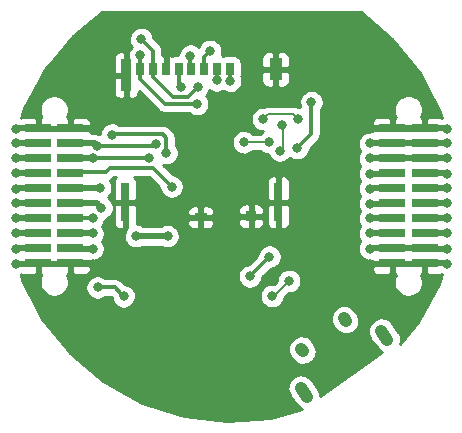
<source format=gbl>
G04 #@! TF.GenerationSoftware,KiCad,Pcbnew,no-vcs-found-d3b382c~59~ubuntu16.04.1*
G04 #@! TF.CreationDate,2017-07-29T16:39:47+01:00*
G04 #@! TF.ProjectId,m3imu,6D33696D752E6B696361645F70636200,1.0*
G04 #@! TF.SameCoordinates,Original
G04 #@! TF.FileFunction,Copper,L2,Bot,Signal*
G04 #@! TF.FilePolarity,Positive*
%FSLAX46Y46*%
G04 Gerber Fmt 4.6, Leading zero omitted, Abs format (unit mm)*
G04 Created by KiCad (PCBNEW no-vcs-found-d3b382c~59~ubuntu16.04.1) date Sat Jul 29 16:39:47 2017*
%MOMM*%
%LPD*%
G01*
G04 APERTURE LIST*
%ADD10R,0.700000X1.100000*%
%ADD11R,1.140000X1.830000*%
%ADD12R,0.860000X2.800000*%
%ADD13R,0.700000X3.330000*%
%ADD14R,0.900000X0.930000*%
%ADD15R,1.050000X0.780000*%
%ADD16C,1.000000*%
%ADD17C,1.000000*%
%ADD18R,2.220000X0.740000*%
%ADD19C,0.800000*%
%ADD20C,0.500000*%
%ADD21C,0.300000*%
%ADD22C,0.200000*%
%ADD23C,0.254000*%
G04 APERTURE END LIST*
D10*
X99880000Y-89270000D03*
X98780000Y-89270000D03*
X97680000Y-89270000D03*
X96580000Y-89270000D03*
X95580000Y-89270000D03*
X94480000Y-89270000D03*
X93380000Y-89270000D03*
X92280000Y-89270000D03*
D11*
X103760000Y-89285000D03*
D12*
X91100000Y-89770000D03*
D13*
X91020000Y-100535000D03*
X103980000Y-100535000D03*
D14*
X101670000Y-101735000D03*
D15*
X97405000Y-101810000D03*
D16*
X109638484Y-110470884D03*
D17*
X109566163Y-110368930D02*
X109710805Y-110572838D01*
D16*
X106008917Y-113045518D03*
D17*
X105936596Y-112943564D02*
X106081238Y-113147472D01*
D16*
X112964677Y-111789572D03*
D17*
X112704321Y-111422537D02*
X113225033Y-112156607D01*
D16*
X106154141Y-116620628D03*
D17*
X105893785Y-116253593D02*
X106414497Y-116987663D01*
D18*
X113635000Y-94285000D03*
X116365000Y-94285000D03*
X113635000Y-95555000D03*
X116365000Y-95555000D03*
X113635000Y-96825000D03*
X116365000Y-96825000D03*
X113635000Y-98095000D03*
X116365000Y-98095000D03*
X113635000Y-99365000D03*
X116365000Y-99365000D03*
X113635000Y-100635000D03*
X116365000Y-100635000D03*
X113635000Y-101905000D03*
X116365000Y-101905000D03*
X113635000Y-103175000D03*
X116365000Y-103175000D03*
X113635000Y-104445000D03*
X116365000Y-104445000D03*
X113635000Y-105715000D03*
X116365000Y-105715000D03*
X83635000Y-94285000D03*
X86365000Y-94285000D03*
X83635000Y-95555000D03*
X86365000Y-95555000D03*
X83635000Y-96825000D03*
X86365000Y-96825000D03*
X83635000Y-98095000D03*
X86365000Y-98095000D03*
X83635000Y-99365000D03*
X86365000Y-99365000D03*
X83635000Y-100635000D03*
X86365000Y-100635000D03*
X83635000Y-101905000D03*
X86365000Y-101905000D03*
X83635000Y-103175000D03*
X86365000Y-103175000D03*
X83635000Y-104445000D03*
X86365000Y-104445000D03*
X83635000Y-105715000D03*
X86365000Y-105715000D03*
D19*
X88900000Y-94050000D03*
X110200000Y-106400000D03*
X110200000Y-105150000D03*
X107950000Y-109728000D03*
X106785789Y-110679551D03*
X109474000Y-94742000D03*
X109474000Y-93472000D03*
X108712000Y-91186000D03*
X118250000Y-94300000D03*
X111750000Y-94300000D03*
X111750000Y-105725000D03*
X81750000Y-94300000D03*
X81750000Y-105725000D03*
X95200000Y-105250000D03*
X88450000Y-112200000D03*
X108650000Y-97550000D03*
X109600000Y-101700000D03*
X103975000Y-91375000D03*
X94600000Y-86750000D03*
X98800000Y-110600000D03*
X101000000Y-112550000D03*
X95800000Y-113025000D03*
X88250000Y-105725000D03*
X96025000Y-117600000D03*
X118250000Y-105725000D03*
X103750000Y-117575000D03*
X95375000Y-93625000D03*
X89900000Y-94800000D03*
X94500000Y-96350000D03*
X101600000Y-106800000D03*
X96530000Y-88120000D03*
X103222120Y-105127880D03*
X94600002Y-103400000D03*
X91950000Y-103400000D03*
X81750000Y-95550000D03*
X90900000Y-108500000D03*
X88673840Y-107745825D03*
X88250000Y-101900000D03*
X105591600Y-95950002D03*
X106775000Y-92050000D03*
X104110000Y-96160000D03*
X104315689Y-93999495D03*
X93664103Y-95565398D03*
X88650000Y-95750000D03*
X93000000Y-96800000D03*
X88250000Y-96825000D03*
X94950000Y-99200000D03*
X88250000Y-103175000D03*
X88250000Y-104450000D03*
X88900000Y-99300000D03*
X111750000Y-95550000D03*
X118250000Y-95550000D03*
X111750000Y-96825000D03*
X118250000Y-96825000D03*
X111750000Y-104450000D03*
X118250000Y-104450000D03*
X105650000Y-93500000D03*
X102700000Y-93500000D03*
X101070000Y-95450000D03*
X103150000Y-95450000D03*
X104902000Y-107188000D03*
X103450002Y-108458000D03*
X97140000Y-90780000D03*
X92374998Y-86700000D03*
X97100000Y-92200000D03*
X92271864Y-88099888D03*
X99890000Y-90240000D03*
X98760000Y-90210000D03*
X95700000Y-90800000D03*
X98209180Y-87724925D03*
X81750000Y-96825000D03*
X81750000Y-98075000D03*
X81750000Y-99375000D03*
X81750000Y-100625000D03*
X89000000Y-101000000D03*
X81750000Y-101900000D03*
X81750000Y-103175000D03*
X81750000Y-104450000D03*
X111750000Y-98100000D03*
X118250000Y-98100000D03*
X111750000Y-99375000D03*
X118250000Y-99350000D03*
X111750000Y-100650000D03*
X118250000Y-100625000D03*
X111750000Y-101900000D03*
X118250000Y-101900000D03*
X111750000Y-103175000D03*
X118250000Y-103175000D03*
D20*
X88900000Y-94050000D02*
X88665000Y-94285000D01*
D21*
X89050000Y-94200000D02*
X88900000Y-94050000D01*
D20*
X88665000Y-94285000D02*
X86365000Y-94285000D01*
D22*
X107950000Y-109728000D02*
X107737340Y-109728000D01*
X107737340Y-109728000D02*
X106785789Y-110679551D01*
D20*
X108712000Y-91186000D02*
X108712000Y-92710000D01*
X108712000Y-92710000D02*
X109474000Y-93472000D01*
X116365000Y-94285000D02*
X118235000Y-94285000D01*
X113635000Y-94285000D02*
X116365000Y-94285000D01*
X111765000Y-94285000D02*
X111750000Y-94300000D01*
X113635000Y-94285000D02*
X111765000Y-94285000D01*
X118240000Y-105715000D02*
X118250000Y-105725000D01*
X116365000Y-105715000D02*
X118240000Y-105715000D01*
X81750000Y-105725000D02*
X83625000Y-105725000D01*
X88240000Y-105715000D02*
X88250000Y-105725000D01*
D21*
X88250000Y-106600000D02*
X88250000Y-105725000D01*
X88017590Y-106832410D02*
X88250000Y-106600000D01*
D20*
X87875000Y-94300000D02*
X87850000Y-94275000D01*
X118235000Y-94285000D02*
X118250000Y-94300000D01*
X87850000Y-94275000D02*
X86375000Y-94275000D01*
X83635000Y-94285000D02*
X81765000Y-94285000D01*
X113625000Y-105725000D02*
X113635000Y-105715000D01*
X83625000Y-105725000D02*
X83635000Y-105715000D01*
D22*
X108825000Y-91375000D02*
X111750000Y-94300000D01*
D20*
X111750000Y-105725000D02*
X113625000Y-105725000D01*
D22*
X94525000Y-88275000D02*
X94500000Y-88300000D01*
X94600000Y-88200000D02*
X94500000Y-88300000D01*
X94600000Y-86750000D02*
X94600000Y-88200000D01*
D20*
X86375000Y-94275000D02*
X86365000Y-94285000D01*
X86365000Y-105715000D02*
X88240000Y-105715000D01*
D21*
X95800000Y-113025000D02*
X96275000Y-112550000D01*
X96275000Y-112550000D02*
X101000000Y-112550000D01*
X96050000Y-117575000D02*
X96025000Y-117600000D01*
X103750000Y-117575000D02*
X96050000Y-117575000D01*
X111350001Y-106124999D02*
X111350001Y-106150001D01*
X111750000Y-105725000D02*
X111350001Y-106124999D01*
X111350001Y-106150001D02*
X113300000Y-108100000D01*
D20*
X81765000Y-94285000D02*
X81750000Y-94300000D01*
D21*
X94200000Y-94750000D02*
X89950000Y-94750000D01*
X89950000Y-94750000D02*
X89900000Y-94800000D01*
X94500000Y-95050000D02*
X94200000Y-94750000D01*
X94500000Y-96350000D02*
X94500000Y-95050000D01*
X103222120Y-105127880D02*
X103222120Y-105177880D01*
X103222120Y-105177880D02*
X101600000Y-106800000D01*
X96530000Y-88120000D02*
X96530000Y-89220000D01*
D20*
X91950000Y-103400000D02*
X94600002Y-103400000D01*
X81775000Y-95575000D02*
X81795000Y-95555000D01*
X81795000Y-95555000D02*
X83635000Y-95555000D01*
X81750000Y-95550000D02*
X81775000Y-95575000D01*
D21*
X90700000Y-108300000D02*
X90900000Y-108500000D01*
X88673840Y-107745825D02*
X90145825Y-107745825D01*
X90145825Y-107745825D02*
X90700000Y-108300000D01*
X88250000Y-101900000D02*
X86370000Y-101900000D01*
X86370000Y-101900000D02*
X86365000Y-101905000D01*
X106775000Y-92050000D02*
X106775000Y-94766602D01*
X106775000Y-94766602D02*
X105591600Y-95950002D01*
D22*
X104350000Y-94400000D02*
X104350000Y-95920000D01*
X104350000Y-95920000D02*
X104110000Y-96160000D01*
X104315689Y-93999495D02*
X104350000Y-94033806D01*
X104350000Y-94033806D02*
X104350000Y-94400000D01*
D21*
X92600000Y-95750000D02*
X93479501Y-95750000D01*
X93479501Y-95750000D02*
X93664103Y-95565398D01*
X92913816Y-95750000D02*
X92600000Y-95750000D01*
X88650000Y-95750000D02*
X92600000Y-95750000D01*
D20*
X86365000Y-95555000D02*
X88455000Y-95555000D01*
X88455000Y-95555000D02*
X88650000Y-95750000D01*
D21*
X92975000Y-96825000D02*
X88250000Y-96825000D01*
X93000000Y-96800000D02*
X92975000Y-96825000D01*
X88286668Y-96861668D02*
X88250000Y-96825000D01*
D20*
X87575000Y-96825000D02*
X86365000Y-96825000D01*
X88250000Y-96825000D02*
X87575000Y-96825000D01*
D21*
X94950000Y-99200000D02*
X93349999Y-97599999D01*
X93349999Y-97599999D02*
X89750001Y-97599999D01*
X89359975Y-97990025D02*
X86469975Y-97990025D01*
X89750001Y-97599999D02*
X89359975Y-97990025D01*
X86469975Y-97990025D02*
X86365000Y-98095000D01*
D20*
X86365000Y-103175000D02*
X88250000Y-103175000D01*
X88250000Y-104450000D02*
X86370000Y-104450000D01*
X86370000Y-104450000D02*
X86365000Y-104445000D01*
X88900000Y-99300000D02*
X86430000Y-99300000D01*
X86430000Y-99300000D02*
X86365000Y-99365000D01*
X116365000Y-95555000D02*
X118245000Y-95555000D01*
D21*
X118245000Y-95555000D02*
X118250000Y-95550000D01*
D20*
X113635000Y-95555000D02*
X116365000Y-95555000D01*
X111750000Y-95550000D02*
X113630000Y-95550000D01*
X113630000Y-95550000D02*
X113635000Y-95555000D01*
X113635000Y-96825000D02*
X116365000Y-96825000D01*
X113635000Y-96825000D02*
X111750000Y-96825000D01*
X118250000Y-96825000D02*
X116365000Y-96825000D01*
X113635000Y-104445000D02*
X116365000Y-104445000D01*
X113635000Y-104445000D02*
X111755000Y-104445000D01*
X111755000Y-104445000D02*
X111750000Y-104450000D01*
X118250000Y-104450000D02*
X116370000Y-104450000D01*
X116370000Y-104450000D02*
X116365000Y-104445000D01*
D22*
X105650000Y-93500000D02*
X105250001Y-93100001D01*
X105250001Y-93100001D02*
X103099999Y-93100001D01*
X103099999Y-93100001D02*
X102700000Y-93500000D01*
X102730001Y-93530001D02*
X102700000Y-93500000D01*
X101070000Y-95450000D02*
X103150000Y-95450000D01*
X103450002Y-108458000D02*
X103632000Y-108458000D01*
X103632000Y-108458000D02*
X104902000Y-107188000D01*
D21*
X93380000Y-89935059D02*
X95044941Y-91600000D01*
X95044941Y-91600000D02*
X96320000Y-91600000D01*
X96499989Y-91420011D02*
X97140000Y-90780000D01*
X96320000Y-91600000D02*
X96499989Y-91420011D01*
X92374998Y-86700000D02*
X93380000Y-87705002D01*
X93380000Y-87705002D02*
X93380000Y-89270000D01*
X93380000Y-89935059D02*
X93380000Y-89935062D01*
X93380000Y-89270000D02*
X93380000Y-89935059D01*
X93380000Y-88620000D02*
X93380000Y-89270000D01*
X97100000Y-92200000D02*
X94360000Y-92200000D01*
X94360000Y-92200000D02*
X92280000Y-90120000D01*
X92280000Y-90120000D02*
X92280000Y-89270000D01*
X92280000Y-89270000D02*
X92280000Y-88108024D01*
X92280000Y-88108024D02*
X92271864Y-88099888D01*
X99880000Y-89270000D02*
X99880000Y-90230000D01*
X99880000Y-90230000D02*
X99890000Y-90240000D01*
X98760000Y-90210000D02*
X98760000Y-89290000D01*
X98760000Y-89290000D02*
X98780000Y-89270000D01*
X95580000Y-89270000D02*
X95580000Y-90680000D01*
X95580000Y-90680000D02*
X95700000Y-90800000D01*
X98209180Y-87724925D02*
X97680000Y-88254105D01*
X97680000Y-88254105D02*
X97680000Y-89270000D01*
D20*
X83635000Y-96825000D02*
X81750000Y-96825000D01*
X81750000Y-98075000D02*
X83615000Y-98075000D01*
X83615000Y-98075000D02*
X83635000Y-98095000D01*
X83635000Y-99365000D02*
X81760000Y-99365000D01*
X81760000Y-99365000D02*
X81750000Y-99375000D01*
X81750000Y-100625000D02*
X83625000Y-100625000D01*
X83625000Y-100625000D02*
X83635000Y-100635000D01*
X87600001Y-100600001D02*
X87565002Y-100635000D01*
X87565002Y-100635000D02*
X86365000Y-100635000D01*
X89000000Y-101000000D02*
X88600001Y-100600001D01*
X88600001Y-100600001D02*
X87600001Y-100600001D01*
X83635000Y-101905000D02*
X81755000Y-101905000D01*
X81755000Y-101905000D02*
X81750000Y-101900000D01*
X81750000Y-103175000D02*
X83635000Y-103175000D01*
X83635000Y-104445000D02*
X81755000Y-104445000D01*
X81755000Y-104445000D02*
X81750000Y-104450000D01*
X111750000Y-98100000D02*
X113630000Y-98100000D01*
X113630000Y-98100000D02*
X113635000Y-98095000D01*
X116365000Y-98095000D02*
X118245000Y-98095000D01*
X118245000Y-98095000D02*
X118250000Y-98100000D01*
X113635000Y-99365000D02*
X111760000Y-99365000D01*
X111760000Y-99365000D02*
X111750000Y-99375000D01*
X118250000Y-99350000D02*
X116380000Y-99350000D01*
X116380000Y-99350000D02*
X116365000Y-99365000D01*
X111750000Y-100650000D02*
X113620000Y-100650000D01*
X113620000Y-100650000D02*
X113635000Y-100635000D01*
X116365000Y-100635000D02*
X118240000Y-100635000D01*
X118240000Y-100635000D02*
X118250000Y-100625000D01*
X113635000Y-101905000D02*
X111755000Y-101905000D01*
X111755000Y-101905000D02*
X111750000Y-101900000D01*
X118250000Y-101900000D02*
X116370000Y-101900000D01*
X116370000Y-101900000D02*
X116365000Y-101905000D01*
X111750000Y-103175000D02*
X113635000Y-103175000D01*
X116365000Y-103175000D02*
X118250000Y-103175000D01*
D23*
G36*
X113642195Y-86684165D02*
X115968774Y-89587546D01*
X117687108Y-92887536D01*
X117834548Y-93391534D01*
X117775785Y-93352270D01*
X117660223Y-93304403D01*
X117537542Y-93280000D01*
X116650750Y-93280000D01*
X116492000Y-93438750D01*
X116492000Y-94158000D01*
X116512000Y-94158000D01*
X116512000Y-94412000D01*
X116492000Y-94412000D01*
X116492000Y-94432000D01*
X116238000Y-94432000D01*
X116238000Y-94412000D01*
X113762000Y-94412000D01*
X113762000Y-94432000D01*
X113508000Y-94432000D01*
X113508000Y-94412000D01*
X112048750Y-94412000D01*
X111930354Y-94530396D01*
X111858710Y-94515689D01*
X111655741Y-94514272D01*
X111456363Y-94552306D01*
X111268168Y-94628341D01*
X111098327Y-94739482D01*
X110953308Y-94881496D01*
X110838634Y-95048972D01*
X110758674Y-95235533D01*
X110716473Y-95434071D01*
X110713639Y-95637026D01*
X110750280Y-95836665D01*
X110825000Y-96025386D01*
X110930738Y-96189459D01*
X110838634Y-96323972D01*
X110758674Y-96510533D01*
X110716473Y-96709071D01*
X110713639Y-96912026D01*
X110750280Y-97111665D01*
X110825000Y-97300386D01*
X110930738Y-97464459D01*
X110838634Y-97598972D01*
X110758674Y-97785533D01*
X110716473Y-97984071D01*
X110713639Y-98187026D01*
X110750280Y-98386665D01*
X110825000Y-98575386D01*
X110930738Y-98739459D01*
X110838634Y-98873972D01*
X110758674Y-99060533D01*
X110716473Y-99259071D01*
X110713639Y-99462026D01*
X110750280Y-99661665D01*
X110825000Y-99850386D01*
X110930738Y-100014459D01*
X110838634Y-100148972D01*
X110758674Y-100335533D01*
X110716473Y-100534071D01*
X110713639Y-100737026D01*
X110750280Y-100936665D01*
X110825000Y-101125386D01*
X110922438Y-101276580D01*
X110838634Y-101398972D01*
X110758674Y-101585533D01*
X110716473Y-101784071D01*
X110713639Y-101987026D01*
X110750280Y-102186665D01*
X110825000Y-102375386D01*
X110930738Y-102539459D01*
X110838634Y-102673972D01*
X110758674Y-102860533D01*
X110716473Y-103059071D01*
X110713639Y-103262026D01*
X110750280Y-103461665D01*
X110825000Y-103650386D01*
X110930738Y-103814459D01*
X110838634Y-103948972D01*
X110758674Y-104135533D01*
X110716473Y-104334071D01*
X110713639Y-104537026D01*
X110750280Y-104736665D01*
X110825000Y-104925386D01*
X110934953Y-105095999D01*
X111075950Y-105242006D01*
X111242622Y-105357846D01*
X111428620Y-105439106D01*
X111626859Y-105482692D01*
X111829788Y-105486943D01*
X111930020Y-105469270D01*
X112048750Y-105588000D01*
X113508000Y-105588000D01*
X113508000Y-105568000D01*
X113762000Y-105568000D01*
X113762000Y-105588000D01*
X116238000Y-105588000D01*
X116238000Y-105568000D01*
X116492000Y-105568000D01*
X116492000Y-105588000D01*
X116512000Y-105588000D01*
X116512000Y-105842000D01*
X116492000Y-105842000D01*
X116492000Y-106561250D01*
X116650750Y-106720000D01*
X117537542Y-106720000D01*
X117660223Y-106695597D01*
X117775785Y-106647730D01*
X117807850Y-106626305D01*
X117561940Y-107416144D01*
X115783651Y-110692218D01*
X114289091Y-112566525D01*
X114346356Y-112364829D01*
X114364315Y-112144045D01*
X114339047Y-111923977D01*
X114271516Y-111713009D01*
X114164292Y-111519176D01*
X114155214Y-111506186D01*
X113625628Y-110759606D01*
X113480448Y-110592301D01*
X113305537Y-110456381D01*
X113107558Y-110357024D01*
X112894049Y-110298013D01*
X112673144Y-110281597D01*
X112453259Y-110308400D01*
X112242767Y-110377403D01*
X112049687Y-110485976D01*
X111881372Y-110629984D01*
X111744235Y-110803942D01*
X111643498Y-111001224D01*
X111582998Y-111214316D01*
X111565040Y-111435099D01*
X111590308Y-111655167D01*
X111657839Y-111866135D01*
X111765062Y-112059968D01*
X111774140Y-112072958D01*
X112303726Y-112819538D01*
X112448906Y-112986843D01*
X112623817Y-113122763D01*
X112793454Y-113207896D01*
X107548424Y-116928461D01*
X107528511Y-116755033D01*
X107460980Y-116544065D01*
X107353756Y-116350232D01*
X107344678Y-116337242D01*
X106815092Y-115590662D01*
X106669912Y-115423357D01*
X106495001Y-115287437D01*
X106297022Y-115188080D01*
X106083513Y-115129069D01*
X105862608Y-115112653D01*
X105642723Y-115139456D01*
X105432231Y-115208459D01*
X105239151Y-115317032D01*
X105070836Y-115461040D01*
X104933699Y-115634998D01*
X104832962Y-115832280D01*
X104772462Y-116045372D01*
X104754504Y-116266155D01*
X104779772Y-116486223D01*
X104847303Y-116697191D01*
X104954526Y-116891024D01*
X104963604Y-116904014D01*
X105493190Y-117650594D01*
X105638370Y-117817899D01*
X105813281Y-117953819D01*
X105971931Y-118033438D01*
X103372983Y-118768292D01*
X99663295Y-119066001D01*
X95966432Y-118637492D01*
X92423216Y-117499089D01*
X89168588Y-115694148D01*
X86326528Y-113291424D01*
X86060001Y-112957411D01*
X104798224Y-112957411D01*
X104823492Y-113177479D01*
X104891024Y-113388447D01*
X104998248Y-113582280D01*
X105007326Y-113595269D01*
X105159024Y-113809123D01*
X105304204Y-113976428D01*
X105479115Y-114112347D01*
X105677095Y-114211704D01*
X105890604Y-114270714D01*
X106111508Y-114287130D01*
X106331394Y-114260326D01*
X106541886Y-114191322D01*
X106734965Y-114082749D01*
X106903279Y-113938740D01*
X107040416Y-113764783D01*
X107141153Y-113567500D01*
X107201652Y-113354408D01*
X107219610Y-113133625D01*
X107194342Y-112913557D01*
X107126810Y-112702589D01*
X107019586Y-112508756D01*
X107010508Y-112495767D01*
X106858810Y-112281913D01*
X106713630Y-112114608D01*
X106538719Y-111978689D01*
X106340739Y-111879332D01*
X106127230Y-111820321D01*
X105906325Y-111803906D01*
X105686440Y-111830710D01*
X105475948Y-111899713D01*
X105282869Y-112008287D01*
X105114554Y-112152296D01*
X104977418Y-112326253D01*
X104876681Y-112523536D01*
X104816182Y-112736628D01*
X104798224Y-112957411D01*
X86060001Y-112957411D01*
X84005562Y-110382777D01*
X108427791Y-110382777D01*
X108453059Y-110602845D01*
X108520591Y-110813813D01*
X108627815Y-111007646D01*
X108636893Y-111020635D01*
X108788591Y-111234489D01*
X108933771Y-111401794D01*
X109108682Y-111537713D01*
X109306662Y-111637070D01*
X109520171Y-111696080D01*
X109741075Y-111712496D01*
X109960961Y-111685692D01*
X110171453Y-111616688D01*
X110364532Y-111508115D01*
X110532846Y-111364106D01*
X110669983Y-111190149D01*
X110770720Y-110992866D01*
X110831219Y-110779774D01*
X110849177Y-110558991D01*
X110823909Y-110338923D01*
X110756377Y-110127955D01*
X110649153Y-109934122D01*
X110640075Y-109921133D01*
X110488377Y-109707279D01*
X110343197Y-109539974D01*
X110168286Y-109404055D01*
X109970306Y-109304698D01*
X109756797Y-109245687D01*
X109535892Y-109229272D01*
X109316007Y-109256076D01*
X109105515Y-109325079D01*
X108912436Y-109433653D01*
X108744121Y-109577662D01*
X108606985Y-109751619D01*
X108506248Y-109948902D01*
X108445749Y-110161994D01*
X108427791Y-110382777D01*
X84005562Y-110382777D01*
X84005287Y-110382433D01*
X82293277Y-107077975D01*
X82154936Y-106601440D01*
X82224215Y-106647730D01*
X82339777Y-106695597D01*
X82462458Y-106720000D01*
X83349250Y-106720000D01*
X83508000Y-106561250D01*
X83508000Y-105842000D01*
X83762000Y-105842000D01*
X83762000Y-106561250D01*
X83911138Y-106710388D01*
X83817113Y-106929766D01*
X83766758Y-107166670D01*
X83763376Y-107408842D01*
X83807097Y-107647059D01*
X83896256Y-107872248D01*
X84027455Y-108075829D01*
X84195699Y-108250051D01*
X84394578Y-108388275D01*
X84616517Y-108485238D01*
X84853064Y-108537246D01*
X85095206Y-108542319D01*
X85333723Y-108500262D01*
X85559528Y-108412678D01*
X85764021Y-108282902D01*
X85939413Y-108115879D01*
X86079022Y-107917970D01*
X86116919Y-107832851D01*
X87637479Y-107832851D01*
X87674120Y-108032490D01*
X87748840Y-108221211D01*
X87858793Y-108391824D01*
X87999790Y-108537831D01*
X88166462Y-108653671D01*
X88352460Y-108734931D01*
X88550699Y-108778517D01*
X88753628Y-108782768D01*
X88953519Y-108747522D01*
X89142756Y-108674121D01*
X89314133Y-108565362D01*
X89350401Y-108530825D01*
X89820667Y-108530825D01*
X89863821Y-108573979D01*
X89863639Y-108587026D01*
X89900280Y-108786665D01*
X89975000Y-108975386D01*
X90084953Y-109145999D01*
X90225950Y-109292006D01*
X90392622Y-109407846D01*
X90578620Y-109489106D01*
X90776859Y-109532692D01*
X90979788Y-109536943D01*
X91179679Y-109501697D01*
X91368916Y-109428296D01*
X91540293Y-109319537D01*
X91687281Y-109179563D01*
X91804282Y-109013703D01*
X91886839Y-108828278D01*
X91931807Y-108630348D01*
X91932998Y-108545026D01*
X102413641Y-108545026D01*
X102450282Y-108744665D01*
X102525002Y-108933386D01*
X102634955Y-109103999D01*
X102775952Y-109250006D01*
X102942624Y-109365846D01*
X103128622Y-109447106D01*
X103326861Y-109490692D01*
X103529790Y-109494943D01*
X103729681Y-109459697D01*
X103918918Y-109386296D01*
X104090295Y-109277537D01*
X104237283Y-109137563D01*
X104354284Y-108971703D01*
X104436841Y-108786278D01*
X104464379Y-108665067D01*
X104906089Y-108223357D01*
X104981788Y-108224943D01*
X105181679Y-108189697D01*
X105370916Y-108116296D01*
X105542293Y-108007537D01*
X105689281Y-107867563D01*
X105806282Y-107701703D01*
X105888839Y-107516278D01*
X105933807Y-107318348D01*
X105937044Y-107086513D01*
X105897620Y-106887405D01*
X105820273Y-106699746D01*
X105707948Y-106530684D01*
X105564926Y-106386660D01*
X105396653Y-106273158D01*
X105209539Y-106194503D01*
X105010710Y-106153689D01*
X104807741Y-106152272D01*
X104608363Y-106190306D01*
X104420168Y-106266341D01*
X104250327Y-106377482D01*
X104105308Y-106519496D01*
X103990634Y-106686972D01*
X103910674Y-106873533D01*
X103868473Y-107072071D01*
X103866915Y-107183638D01*
X103615257Y-107435296D01*
X103558712Y-107423689D01*
X103355743Y-107422272D01*
X103156365Y-107460306D01*
X102968170Y-107536341D01*
X102798329Y-107647482D01*
X102653310Y-107789496D01*
X102538636Y-107956972D01*
X102458676Y-108143533D01*
X102416475Y-108342071D01*
X102413641Y-108545026D01*
X91932998Y-108545026D01*
X91935044Y-108398513D01*
X91895620Y-108199405D01*
X91818273Y-108011746D01*
X91705948Y-107842684D01*
X91562926Y-107698660D01*
X91394653Y-107585158D01*
X91207539Y-107506503D01*
X91008710Y-107465689D01*
X90975616Y-107465458D01*
X90700904Y-107190746D01*
X90644859Y-107144710D01*
X90589324Y-107098111D01*
X90585708Y-107096123D01*
X90582517Y-107093502D01*
X90518580Y-107059219D01*
X90455069Y-107024304D01*
X90451137Y-107023057D01*
X90447497Y-107021105D01*
X90378184Y-106999914D01*
X90309036Y-106977979D01*
X90304928Y-106977518D01*
X90300986Y-106976313D01*
X90228881Y-106968989D01*
X90156785Y-106960902D01*
X90148716Y-106960845D01*
X90148565Y-106960830D01*
X90148425Y-106960843D01*
X90145825Y-106960825D01*
X89352992Y-106960825D01*
X89336766Y-106944485D01*
X89251580Y-106887026D01*
X100563639Y-106887026D01*
X100600280Y-107086665D01*
X100675000Y-107275386D01*
X100784953Y-107445999D01*
X100925950Y-107592006D01*
X101092622Y-107707846D01*
X101278620Y-107789106D01*
X101476859Y-107832692D01*
X101679788Y-107836943D01*
X101879679Y-107801697D01*
X102068916Y-107728296D01*
X102240293Y-107619537D01*
X102387281Y-107479563D01*
X102504282Y-107313703D01*
X102586839Y-107128278D01*
X102631807Y-106930348D01*
X102632543Y-106877615D01*
X103354632Y-106155526D01*
X103501799Y-106129577D01*
X103691036Y-106056176D01*
X103778373Y-106000750D01*
X111890000Y-106000750D01*
X111890000Y-106147542D01*
X111914403Y-106270223D01*
X111962270Y-106385785D01*
X112031763Y-106489789D01*
X112120211Y-106578237D01*
X112224215Y-106647730D01*
X112339777Y-106695597D01*
X112462458Y-106720000D01*
X113349250Y-106720000D01*
X113508000Y-106561250D01*
X113508000Y-105842000D01*
X113762000Y-105842000D01*
X113762000Y-106561250D01*
X113911138Y-106710388D01*
X113817113Y-106929766D01*
X113766758Y-107166670D01*
X113763376Y-107408842D01*
X113807097Y-107647059D01*
X113896256Y-107872248D01*
X114027455Y-108075829D01*
X114195699Y-108250051D01*
X114394578Y-108388275D01*
X114616517Y-108485238D01*
X114853064Y-108537246D01*
X115095206Y-108542319D01*
X115333723Y-108500262D01*
X115559528Y-108412678D01*
X115764021Y-108282902D01*
X115939413Y-108115879D01*
X116079022Y-107917970D01*
X116177532Y-107696713D01*
X116231191Y-107460536D01*
X116235053Y-107183902D01*
X116188011Y-106946318D01*
X116095717Y-106722397D01*
X116088187Y-106711063D01*
X116238000Y-106561250D01*
X116238000Y-105842000D01*
X113762000Y-105842000D01*
X113508000Y-105842000D01*
X112048750Y-105842000D01*
X111890000Y-106000750D01*
X103778373Y-106000750D01*
X103862413Y-105947417D01*
X104009401Y-105807443D01*
X104126402Y-105641583D01*
X104208959Y-105456158D01*
X104253927Y-105258228D01*
X104257164Y-105026393D01*
X104217740Y-104827285D01*
X104140393Y-104639626D01*
X104028068Y-104470564D01*
X103885046Y-104326540D01*
X103716773Y-104213038D01*
X103529659Y-104134383D01*
X103330830Y-104093569D01*
X103127861Y-104092152D01*
X102928483Y-104130186D01*
X102740288Y-104206221D01*
X102570447Y-104317362D01*
X102425428Y-104459376D01*
X102310754Y-104626852D01*
X102230794Y-104813413D01*
X102188593Y-105011951D01*
X102187328Y-105102514D01*
X101525433Y-105764409D01*
X101505741Y-105764272D01*
X101306363Y-105802306D01*
X101118168Y-105878341D01*
X100948327Y-105989482D01*
X100803308Y-106131496D01*
X100688634Y-106298972D01*
X100608674Y-106485533D01*
X100566473Y-106684071D01*
X100563639Y-106887026D01*
X89251580Y-106887026D01*
X89168493Y-106830983D01*
X88981379Y-106752328D01*
X88782550Y-106711514D01*
X88579581Y-106710097D01*
X88380203Y-106748131D01*
X88192008Y-106824166D01*
X88022167Y-106935307D01*
X87877148Y-107077321D01*
X87762474Y-107244797D01*
X87682514Y-107431358D01*
X87640313Y-107629896D01*
X87637479Y-107832851D01*
X86116919Y-107832851D01*
X86177532Y-107696713D01*
X86231191Y-107460536D01*
X86235053Y-107183902D01*
X86188011Y-106946318D01*
X86095717Y-106722397D01*
X86088187Y-106711063D01*
X86238000Y-106561250D01*
X86238000Y-105842000D01*
X86492000Y-105842000D01*
X86492000Y-106561250D01*
X86650750Y-106720000D01*
X87537542Y-106720000D01*
X87660223Y-106695597D01*
X87775785Y-106647730D01*
X87879789Y-106578237D01*
X87968237Y-106489789D01*
X88037730Y-106385785D01*
X88085597Y-106270223D01*
X88110000Y-106147542D01*
X88110000Y-106000750D01*
X87951250Y-105842000D01*
X86492000Y-105842000D01*
X86238000Y-105842000D01*
X83762000Y-105842000D01*
X83508000Y-105842000D01*
X83488000Y-105842000D01*
X83488000Y-105588000D01*
X83508000Y-105588000D01*
X83508000Y-105568000D01*
X83762000Y-105568000D01*
X83762000Y-105588000D01*
X86238000Y-105588000D01*
X86238000Y-105568000D01*
X86492000Y-105568000D01*
X86492000Y-105588000D01*
X87951250Y-105588000D01*
X88069229Y-105470021D01*
X88126859Y-105482692D01*
X88329788Y-105486943D01*
X88529679Y-105451697D01*
X88718916Y-105378296D01*
X88890293Y-105269537D01*
X89037281Y-105129563D01*
X89154282Y-104963703D01*
X89236839Y-104778278D01*
X89281807Y-104580348D01*
X89285044Y-104348513D01*
X89245620Y-104149405D01*
X89168273Y-103961746D01*
X89068066Y-103810923D01*
X89154282Y-103688703D01*
X89236839Y-103503278D01*
X89240531Y-103487026D01*
X90913639Y-103487026D01*
X90950280Y-103686665D01*
X91025000Y-103875386D01*
X91134953Y-104045999D01*
X91275950Y-104192006D01*
X91442622Y-104307846D01*
X91628620Y-104389106D01*
X91826859Y-104432692D01*
X92029788Y-104436943D01*
X92229679Y-104401697D01*
X92418916Y-104328296D01*
X92487140Y-104285000D01*
X94059753Y-104285000D01*
X94092624Y-104307846D01*
X94278622Y-104389106D01*
X94476861Y-104432692D01*
X94679790Y-104436943D01*
X94879681Y-104401697D01*
X95068918Y-104328296D01*
X95240295Y-104219537D01*
X95387283Y-104079563D01*
X95504284Y-103913703D01*
X95586841Y-103728278D01*
X95631809Y-103530348D01*
X95635046Y-103298513D01*
X95595622Y-103099405D01*
X95518275Y-102911746D01*
X95405950Y-102742684D01*
X95262928Y-102598660D01*
X95094655Y-102485158D01*
X94907541Y-102406503D01*
X94708712Y-102365689D01*
X94505743Y-102364272D01*
X94306365Y-102402306D01*
X94118170Y-102478341D01*
X94062149Y-102515000D01*
X92488895Y-102515000D01*
X92444653Y-102485158D01*
X92257539Y-102406503D01*
X92058710Y-102365689D01*
X91984586Y-102365172D01*
X92005000Y-102262542D01*
X92005000Y-102095750D01*
X96245000Y-102095750D01*
X96245000Y-102262542D01*
X96269403Y-102385223D01*
X96317270Y-102500785D01*
X96386763Y-102604789D01*
X96475211Y-102693237D01*
X96579215Y-102762730D01*
X96694777Y-102810597D01*
X96817458Y-102835000D01*
X97119250Y-102835000D01*
X97278000Y-102676250D01*
X97278000Y-101937000D01*
X97532000Y-101937000D01*
X97532000Y-102676250D01*
X97690750Y-102835000D01*
X97992542Y-102835000D01*
X98115223Y-102810597D01*
X98230785Y-102762730D01*
X98334789Y-102693237D01*
X98423237Y-102604789D01*
X98492730Y-102500785D01*
X98540597Y-102385223D01*
X98565000Y-102262542D01*
X98565000Y-102095750D01*
X98490000Y-102020750D01*
X100585000Y-102020750D01*
X100585000Y-102262542D01*
X100609403Y-102385223D01*
X100657270Y-102500785D01*
X100726763Y-102604789D01*
X100815211Y-102693237D01*
X100919215Y-102762730D01*
X101034777Y-102810597D01*
X101157458Y-102835000D01*
X101384250Y-102835000D01*
X101543000Y-102676250D01*
X101543000Y-101862000D01*
X101797000Y-101862000D01*
X101797000Y-102676250D01*
X101955750Y-102835000D01*
X102182542Y-102835000D01*
X102305223Y-102810597D01*
X102420785Y-102762730D01*
X102524789Y-102693237D01*
X102613237Y-102604789D01*
X102682730Y-102500785D01*
X102730597Y-102385223D01*
X102755000Y-102262542D01*
X102755000Y-102020750D01*
X102596250Y-101862000D01*
X101797000Y-101862000D01*
X101543000Y-101862000D01*
X100743750Y-101862000D01*
X100585000Y-102020750D01*
X98490000Y-102020750D01*
X98406250Y-101937000D01*
X97532000Y-101937000D01*
X97278000Y-101937000D01*
X96403750Y-101937000D01*
X96245000Y-102095750D01*
X92005000Y-102095750D01*
X92005000Y-101357458D01*
X96245000Y-101357458D01*
X96245000Y-101524250D01*
X96403750Y-101683000D01*
X97278000Y-101683000D01*
X97278000Y-100943750D01*
X97532000Y-100943750D01*
X97532000Y-101683000D01*
X98406250Y-101683000D01*
X98565000Y-101524250D01*
X98565000Y-101357458D01*
X98540597Y-101234777D01*
X98529282Y-101207458D01*
X100585000Y-101207458D01*
X100585000Y-101449250D01*
X100743750Y-101608000D01*
X101543000Y-101608000D01*
X101543000Y-100793750D01*
X101797000Y-100793750D01*
X101797000Y-101608000D01*
X102596250Y-101608000D01*
X102755000Y-101449250D01*
X102755000Y-101207458D01*
X102730597Y-101084777D01*
X102682730Y-100969215D01*
X102613237Y-100865211D01*
X102568776Y-100820750D01*
X102995000Y-100820750D01*
X102995000Y-102262542D01*
X103019403Y-102385223D01*
X103067270Y-102500785D01*
X103136763Y-102604789D01*
X103225211Y-102693237D01*
X103329215Y-102762730D01*
X103444777Y-102810597D01*
X103567458Y-102835000D01*
X103694250Y-102835000D01*
X103853000Y-102676250D01*
X103853000Y-100662000D01*
X104107000Y-100662000D01*
X104107000Y-102676250D01*
X104265750Y-102835000D01*
X104392542Y-102835000D01*
X104515223Y-102810597D01*
X104630785Y-102762730D01*
X104734789Y-102693237D01*
X104823237Y-102604789D01*
X104892730Y-102500785D01*
X104940597Y-102385223D01*
X104965000Y-102262542D01*
X104965000Y-100820750D01*
X104806250Y-100662000D01*
X104107000Y-100662000D01*
X103853000Y-100662000D01*
X103153750Y-100662000D01*
X102995000Y-100820750D01*
X102568776Y-100820750D01*
X102524789Y-100776763D01*
X102420785Y-100707270D01*
X102305223Y-100659403D01*
X102182542Y-100635000D01*
X101955750Y-100635000D01*
X101797000Y-100793750D01*
X101543000Y-100793750D01*
X101384250Y-100635000D01*
X101157458Y-100635000D01*
X101034777Y-100659403D01*
X100919215Y-100707270D01*
X100815211Y-100776763D01*
X100726763Y-100865211D01*
X100657270Y-100969215D01*
X100609403Y-101084777D01*
X100585000Y-101207458D01*
X98529282Y-101207458D01*
X98492730Y-101119215D01*
X98423237Y-101015211D01*
X98334789Y-100926763D01*
X98230785Y-100857270D01*
X98115223Y-100809403D01*
X97992542Y-100785000D01*
X97690750Y-100785000D01*
X97532000Y-100943750D01*
X97278000Y-100943750D01*
X97119250Y-100785000D01*
X96817458Y-100785000D01*
X96694777Y-100809403D01*
X96579215Y-100857270D01*
X96475211Y-100926763D01*
X96386763Y-101015211D01*
X96317270Y-101119215D01*
X96269403Y-101234777D01*
X96245000Y-101357458D01*
X92005000Y-101357458D01*
X92005000Y-100820750D01*
X91846250Y-100662000D01*
X91147000Y-100662000D01*
X91147000Y-102676250D01*
X91178033Y-102707283D01*
X91153308Y-102731496D01*
X91038634Y-102898972D01*
X90958674Y-103085533D01*
X90916473Y-103284071D01*
X90913639Y-103487026D01*
X89240531Y-103487026D01*
X89281807Y-103305348D01*
X89285044Y-103073513D01*
X89245620Y-102874405D01*
X89168273Y-102686746D01*
X89068066Y-102535923D01*
X89154282Y-102413703D01*
X89236839Y-102228278D01*
X89281807Y-102030348D01*
X89282221Y-102000711D01*
X89468916Y-101928296D01*
X89640293Y-101819537D01*
X89787281Y-101679563D01*
X89904282Y-101513703D01*
X89986839Y-101328278D01*
X90031807Y-101130348D01*
X90035000Y-100901664D01*
X90035000Y-102262542D01*
X90059403Y-102385223D01*
X90107270Y-102500785D01*
X90176763Y-102604789D01*
X90265211Y-102693237D01*
X90369215Y-102762730D01*
X90484777Y-102810597D01*
X90607458Y-102835000D01*
X90734250Y-102835000D01*
X90893000Y-102676250D01*
X90893000Y-100662000D01*
X90193750Y-100662000D01*
X90035000Y-100820750D01*
X90035000Y-100898291D01*
X89995620Y-100699405D01*
X89918273Y-100511746D01*
X89805948Y-100342684D01*
X89662926Y-100198660D01*
X89542502Y-100117433D01*
X89687281Y-99979563D01*
X89804282Y-99813703D01*
X89886839Y-99628278D01*
X89931807Y-99430348D01*
X89935044Y-99198513D01*
X89895620Y-98999405D01*
X89818273Y-98811746D01*
X89729659Y-98678372D01*
X89787517Y-98648382D01*
X89790747Y-98645803D01*
X89794387Y-98643868D01*
X89850584Y-98598035D01*
X89907249Y-98552799D01*
X89912993Y-98547135D01*
X89913113Y-98547038D01*
X89913204Y-98546928D01*
X89915054Y-98545104D01*
X90075159Y-98384999D01*
X90256975Y-98384999D01*
X90176763Y-98465211D01*
X90107270Y-98569215D01*
X90059403Y-98684777D01*
X90035000Y-98807458D01*
X90035000Y-100249250D01*
X90193750Y-100408000D01*
X90893000Y-100408000D01*
X90893000Y-100388000D01*
X91147000Y-100388000D01*
X91147000Y-100408000D01*
X91846250Y-100408000D01*
X92005000Y-100249250D01*
X92005000Y-98807458D01*
X91980597Y-98684777D01*
X91932730Y-98569215D01*
X91863237Y-98465211D01*
X91783025Y-98384999D01*
X93024841Y-98384999D01*
X93913821Y-99273979D01*
X93913639Y-99287026D01*
X93950280Y-99486665D01*
X94025000Y-99675386D01*
X94134953Y-99845999D01*
X94275950Y-99992006D01*
X94442622Y-100107846D01*
X94628620Y-100189106D01*
X94826859Y-100232692D01*
X95029788Y-100236943D01*
X95229679Y-100201697D01*
X95418916Y-100128296D01*
X95590293Y-100019537D01*
X95737281Y-99879563D01*
X95854282Y-99713703D01*
X95936839Y-99528278D01*
X95981807Y-99330348D01*
X95985044Y-99098513D01*
X95945620Y-98899405D01*
X95907723Y-98807458D01*
X102995000Y-98807458D01*
X102995000Y-100249250D01*
X103153750Y-100408000D01*
X103853000Y-100408000D01*
X103853000Y-98393750D01*
X104107000Y-98393750D01*
X104107000Y-100408000D01*
X104806250Y-100408000D01*
X104965000Y-100249250D01*
X104965000Y-98807458D01*
X104940597Y-98684777D01*
X104892730Y-98569215D01*
X104823237Y-98465211D01*
X104734789Y-98376763D01*
X104630785Y-98307270D01*
X104515223Y-98259403D01*
X104392542Y-98235000D01*
X104265750Y-98235000D01*
X104107000Y-98393750D01*
X103853000Y-98393750D01*
X103694250Y-98235000D01*
X103567458Y-98235000D01*
X103444777Y-98259403D01*
X103329215Y-98307270D01*
X103225211Y-98376763D01*
X103136763Y-98465211D01*
X103067270Y-98569215D01*
X103019403Y-98684777D01*
X102995000Y-98807458D01*
X95907723Y-98807458D01*
X95868273Y-98711746D01*
X95755948Y-98542684D01*
X95612926Y-98398660D01*
X95444653Y-98285158D01*
X95257539Y-98206503D01*
X95058710Y-98165689D01*
X95025616Y-98165458D01*
X94205082Y-97344924D01*
X94376859Y-97382692D01*
X94579788Y-97386943D01*
X94779679Y-97351697D01*
X94968916Y-97278296D01*
X95140293Y-97169537D01*
X95287281Y-97029563D01*
X95404282Y-96863703D01*
X95486839Y-96678278D01*
X95531807Y-96480348D01*
X95535044Y-96248513D01*
X95495620Y-96049405D01*
X95418273Y-95861746D01*
X95305948Y-95692684D01*
X95285000Y-95671589D01*
X95285000Y-95537026D01*
X100033639Y-95537026D01*
X100070280Y-95736665D01*
X100145000Y-95925386D01*
X100254953Y-96095999D01*
X100395950Y-96242006D01*
X100562622Y-96357846D01*
X100748620Y-96439106D01*
X100946859Y-96482692D01*
X101149788Y-96486943D01*
X101349679Y-96451697D01*
X101538916Y-96378296D01*
X101710293Y-96269537D01*
X101799066Y-96185000D01*
X102420900Y-96185000D01*
X102475950Y-96242006D01*
X102642622Y-96357846D01*
X102828620Y-96439106D01*
X103026859Y-96482692D01*
X103125361Y-96484755D01*
X103185000Y-96635386D01*
X103294953Y-96805999D01*
X103435950Y-96952006D01*
X103602622Y-97067846D01*
X103788620Y-97149106D01*
X103986859Y-97192692D01*
X104189788Y-97196943D01*
X104389679Y-97161697D01*
X104578916Y-97088296D01*
X104750293Y-96979537D01*
X104897281Y-96839563D01*
X104950127Y-96764649D01*
X105084222Y-96857848D01*
X105270220Y-96939108D01*
X105468459Y-96982694D01*
X105671388Y-96986945D01*
X105871279Y-96951699D01*
X106060516Y-96878298D01*
X106231893Y-96769539D01*
X106378881Y-96629565D01*
X106495882Y-96463705D01*
X106578439Y-96278280D01*
X106623407Y-96080350D01*
X106624143Y-96027617D01*
X107330079Y-95321681D01*
X107376115Y-95265636D01*
X107422714Y-95210101D01*
X107424702Y-95206485D01*
X107427323Y-95203294D01*
X107461606Y-95139357D01*
X107496521Y-95075846D01*
X107497768Y-95071914D01*
X107499720Y-95068274D01*
X107520911Y-94998961D01*
X107542846Y-94929813D01*
X107543307Y-94925705D01*
X107544512Y-94921763D01*
X107551836Y-94849658D01*
X107559923Y-94777562D01*
X107559980Y-94769493D01*
X107559995Y-94769342D01*
X107559982Y-94769202D01*
X107560000Y-94766602D01*
X107560000Y-93852458D01*
X111890000Y-93852458D01*
X111890000Y-93999250D01*
X112048750Y-94158000D01*
X113508000Y-94158000D01*
X113508000Y-93438750D01*
X113762000Y-93438750D01*
X113762000Y-94158000D01*
X116238000Y-94158000D01*
X116238000Y-93438750D01*
X116087709Y-93288459D01*
X116177532Y-93086713D01*
X116231191Y-92850536D01*
X116235053Y-92573902D01*
X116188011Y-92336318D01*
X116095717Y-92112397D01*
X115961688Y-91910667D01*
X115791028Y-91738812D01*
X115590238Y-91603377D01*
X115366967Y-91509522D01*
X115129717Y-91460822D01*
X114887527Y-91459131D01*
X114649621Y-91504514D01*
X114425061Y-91595243D01*
X114222400Y-91727860D01*
X114049357Y-91897316D01*
X113912524Y-92097155D01*
X113817113Y-92319766D01*
X113766758Y-92556670D01*
X113763376Y-92798842D01*
X113807097Y-93037059D01*
X113896256Y-93262248D01*
X113912812Y-93287938D01*
X113762000Y-93438750D01*
X113508000Y-93438750D01*
X113349250Y-93280000D01*
X112462458Y-93280000D01*
X112339777Y-93304403D01*
X112224215Y-93352270D01*
X112120211Y-93421763D01*
X112031763Y-93510211D01*
X111962270Y-93614215D01*
X111914403Y-93729777D01*
X111890000Y-93852458D01*
X107560000Y-93852458D01*
X107560000Y-92731735D01*
X107562281Y-92729563D01*
X107679282Y-92563703D01*
X107761839Y-92378278D01*
X107806807Y-92180348D01*
X107810044Y-91948513D01*
X107770620Y-91749405D01*
X107693273Y-91561746D01*
X107580948Y-91392684D01*
X107437926Y-91248660D01*
X107269653Y-91135158D01*
X107082539Y-91056503D01*
X106883710Y-91015689D01*
X106680741Y-91014272D01*
X106481363Y-91052306D01*
X106293168Y-91128341D01*
X106123327Y-91239482D01*
X105978308Y-91381496D01*
X105863634Y-91548972D01*
X105783674Y-91735533D01*
X105741473Y-91934071D01*
X105738639Y-92137026D01*
X105775280Y-92336665D01*
X105832349Y-92480805D01*
X105758710Y-92465689D01*
X105613082Y-92464672D01*
X105599056Y-92457152D01*
X105539548Y-92424437D01*
X105535864Y-92423268D01*
X105532458Y-92421442D01*
X105467523Y-92401589D01*
X105402816Y-92381063D01*
X105398976Y-92380632D01*
X105395279Y-92379502D01*
X105327735Y-92372641D01*
X105260263Y-92365073D01*
X105252703Y-92365020D01*
X105252566Y-92365006D01*
X105252438Y-92365018D01*
X105250001Y-92365001D01*
X103099999Y-92365001D01*
X103032424Y-92371627D01*
X102964795Y-92377544D01*
X102961086Y-92378622D01*
X102957237Y-92378999D01*
X102892225Y-92398627D01*
X102827044Y-92417564D01*
X102823612Y-92419343D01*
X102819912Y-92420460D01*
X102759916Y-92452361D01*
X102735193Y-92465176D01*
X102605741Y-92464272D01*
X102406363Y-92502306D01*
X102218168Y-92578341D01*
X102048327Y-92689482D01*
X101903308Y-92831496D01*
X101788634Y-92998972D01*
X101708674Y-93185533D01*
X101666473Y-93384071D01*
X101663639Y-93587026D01*
X101700280Y-93786665D01*
X101775000Y-93975386D01*
X101884953Y-94145999D01*
X102025950Y-94292006D01*
X102192622Y-94407846D01*
X102378620Y-94489106D01*
X102576859Y-94532692D01*
X102658893Y-94534410D01*
X102498327Y-94639482D01*
X102421211Y-94715000D01*
X101798804Y-94715000D01*
X101732926Y-94648660D01*
X101564653Y-94535158D01*
X101377539Y-94456503D01*
X101178710Y-94415689D01*
X100975741Y-94414272D01*
X100776363Y-94452306D01*
X100588168Y-94528341D01*
X100418327Y-94639482D01*
X100273308Y-94781496D01*
X100158634Y-94948972D01*
X100078674Y-95135533D01*
X100036473Y-95334071D01*
X100033639Y-95537026D01*
X95285000Y-95537026D01*
X95285000Y-95050000D01*
X95277922Y-94977817D01*
X95271604Y-94905598D01*
X95270453Y-94901636D01*
X95270050Y-94897526D01*
X95249079Y-94828065D01*
X95228861Y-94758476D01*
X95226963Y-94754814D01*
X95225769Y-94750860D01*
X95191737Y-94686855D01*
X95158357Y-94622458D01*
X95155778Y-94619228D01*
X95153843Y-94615588D01*
X95108030Y-94559416D01*
X95062774Y-94502725D01*
X95057109Y-94496980D01*
X95057013Y-94496862D01*
X95056904Y-94496772D01*
X95055079Y-94494921D01*
X94755079Y-94194921D01*
X94699034Y-94148885D01*
X94643499Y-94102286D01*
X94639883Y-94100298D01*
X94636692Y-94097677D01*
X94572755Y-94063394D01*
X94509244Y-94028479D01*
X94505312Y-94027232D01*
X94501672Y-94025280D01*
X94432359Y-94004089D01*
X94363211Y-93982154D01*
X94359103Y-93981693D01*
X94355161Y-93980488D01*
X94283056Y-93973164D01*
X94210960Y-93965077D01*
X94202891Y-93965020D01*
X94202740Y-93965005D01*
X94202600Y-93965018D01*
X94200000Y-93965000D01*
X90513023Y-93965000D01*
X90394653Y-93885158D01*
X90207539Y-93806503D01*
X90008710Y-93765689D01*
X89805741Y-93764272D01*
X89606363Y-93802306D01*
X89418168Y-93878341D01*
X89248327Y-93989482D01*
X89103308Y-94131496D01*
X88988634Y-94298972D01*
X88908674Y-94485533D01*
X88866473Y-94684071D01*
X88865725Y-94737656D01*
X88758710Y-94715689D01*
X88721407Y-94715429D01*
X88716974Y-94714073D01*
X88639002Y-94689339D01*
X88634374Y-94688820D01*
X88629926Y-94687460D01*
X88548661Y-94679206D01*
X88467357Y-94670086D01*
X88458253Y-94670023D01*
X88458089Y-94670006D01*
X88457936Y-94670020D01*
X88455000Y-94670000D01*
X88110000Y-94670000D01*
X88110000Y-94570750D01*
X87951250Y-94412000D01*
X86492000Y-94412000D01*
X86492000Y-94432000D01*
X86238000Y-94432000D01*
X86238000Y-94412000D01*
X83762000Y-94412000D01*
X83762000Y-94432000D01*
X83508000Y-94432000D01*
X83508000Y-94412000D01*
X83488000Y-94412000D01*
X83488000Y-94158000D01*
X83508000Y-94158000D01*
X83508000Y-93438750D01*
X83762000Y-93438750D01*
X83762000Y-94158000D01*
X86238000Y-94158000D01*
X86238000Y-93438750D01*
X86492000Y-93438750D01*
X86492000Y-94158000D01*
X87951250Y-94158000D01*
X88110000Y-93999250D01*
X88110000Y-93852458D01*
X88085597Y-93729777D01*
X88037730Y-93614215D01*
X87968237Y-93510211D01*
X87879789Y-93421763D01*
X87775785Y-93352270D01*
X87660223Y-93304403D01*
X87537542Y-93280000D01*
X86650750Y-93280000D01*
X86492000Y-93438750D01*
X86238000Y-93438750D01*
X86087709Y-93288459D01*
X86177532Y-93086713D01*
X86231191Y-92850536D01*
X86235053Y-92573902D01*
X86188011Y-92336318D01*
X86095717Y-92112397D01*
X85961688Y-91910667D01*
X85791028Y-91738812D01*
X85590238Y-91603377D01*
X85366967Y-91509522D01*
X85129717Y-91460822D01*
X84887527Y-91459131D01*
X84649621Y-91504514D01*
X84425061Y-91595243D01*
X84222400Y-91727860D01*
X84049357Y-91897316D01*
X83912524Y-92097155D01*
X83817113Y-92319766D01*
X83766758Y-92556670D01*
X83763376Y-92798842D01*
X83807097Y-93037059D01*
X83896256Y-93262248D01*
X83912812Y-93287938D01*
X83762000Y-93438750D01*
X83508000Y-93438750D01*
X83349250Y-93280000D01*
X82462458Y-93280000D01*
X82339777Y-93304403D01*
X82224215Y-93352270D01*
X82187831Y-93376581D01*
X82448444Y-92545562D01*
X83806595Y-90055750D01*
X90035000Y-90055750D01*
X90035000Y-91232542D01*
X90059403Y-91355223D01*
X90107270Y-91470785D01*
X90176763Y-91574789D01*
X90265211Y-91663237D01*
X90369215Y-91732730D01*
X90484777Y-91780597D01*
X90607458Y-91805000D01*
X90814250Y-91805000D01*
X90973000Y-91646250D01*
X90973000Y-89897000D01*
X90193750Y-89897000D01*
X90035000Y-90055750D01*
X83806595Y-90055750D01*
X84230617Y-89278418D01*
X85039927Y-88307458D01*
X90035000Y-88307458D01*
X90035000Y-89484250D01*
X90193750Y-89643000D01*
X90973000Y-89643000D01*
X90973000Y-87893750D01*
X91227000Y-87893750D01*
X91227000Y-89643000D01*
X91247000Y-89643000D01*
X91247000Y-89897000D01*
X91227000Y-89897000D01*
X91227000Y-91646250D01*
X91385750Y-91805000D01*
X91592542Y-91805000D01*
X91715223Y-91780597D01*
X91830785Y-91732730D01*
X91934789Y-91663237D01*
X92023237Y-91574789D01*
X92092730Y-91470785D01*
X92140597Y-91355223D01*
X92165000Y-91232542D01*
X92165000Y-91115158D01*
X93804921Y-92755079D01*
X93860966Y-92801115D01*
X93916501Y-92847714D01*
X93920117Y-92849702D01*
X93923308Y-92852323D01*
X93987245Y-92886606D01*
X94050756Y-92921521D01*
X94054688Y-92922768D01*
X94058328Y-92924720D01*
X94127641Y-92945911D01*
X94196789Y-92967846D01*
X94200897Y-92968307D01*
X94204839Y-92969512D01*
X94276944Y-92976836D01*
X94349040Y-92984923D01*
X94357109Y-92984980D01*
X94357260Y-92984995D01*
X94357400Y-92984982D01*
X94360000Y-92985000D01*
X96419184Y-92985000D01*
X96425950Y-92992006D01*
X96592622Y-93107846D01*
X96778620Y-93189106D01*
X96976859Y-93232692D01*
X97179788Y-93236943D01*
X97379679Y-93201697D01*
X97568916Y-93128296D01*
X97740293Y-93019537D01*
X97887281Y-92879563D01*
X98004282Y-92713703D01*
X98086839Y-92528278D01*
X98131807Y-92330348D01*
X98135044Y-92098513D01*
X98095620Y-91899405D01*
X98018273Y-91711746D01*
X97905948Y-91542684D01*
X97873892Y-91510404D01*
X97927281Y-91459563D01*
X98044282Y-91293703D01*
X98126839Y-91108278D01*
X98142115Y-91041041D01*
X98252622Y-91117846D01*
X98438620Y-91199106D01*
X98636859Y-91242692D01*
X98839788Y-91246943D01*
X99039679Y-91211697D01*
X99228916Y-91138296D01*
X99302078Y-91091866D01*
X99382622Y-91147846D01*
X99568620Y-91229106D01*
X99766859Y-91272692D01*
X99969788Y-91276943D01*
X100169679Y-91241697D01*
X100358916Y-91168296D01*
X100530293Y-91059537D01*
X100677281Y-90919563D01*
X100794282Y-90753703D01*
X100876839Y-90568278D01*
X100921807Y-90370348D01*
X100925044Y-90138513D01*
X100885620Y-89939405D01*
X100861965Y-89882012D01*
X100868072Y-89820000D01*
X100868072Y-89570750D01*
X102555000Y-89570750D01*
X102555000Y-90262542D01*
X102579403Y-90385223D01*
X102627270Y-90500785D01*
X102696763Y-90604789D01*
X102785211Y-90693237D01*
X102889215Y-90762730D01*
X103004777Y-90810597D01*
X103127458Y-90835000D01*
X103474250Y-90835000D01*
X103633000Y-90676250D01*
X103633000Y-89412000D01*
X103887000Y-89412000D01*
X103887000Y-90676250D01*
X104045750Y-90835000D01*
X104392542Y-90835000D01*
X104515223Y-90810597D01*
X104630785Y-90762730D01*
X104734789Y-90693237D01*
X104823237Y-90604789D01*
X104892730Y-90500785D01*
X104940597Y-90385223D01*
X104965000Y-90262542D01*
X104965000Y-89570750D01*
X104806250Y-89412000D01*
X103887000Y-89412000D01*
X103633000Y-89412000D01*
X102713750Y-89412000D01*
X102555000Y-89570750D01*
X100868072Y-89570750D01*
X100868072Y-88720000D01*
X100855812Y-88595518D01*
X100819502Y-88475820D01*
X100760537Y-88365506D01*
X100712899Y-88307458D01*
X102555000Y-88307458D01*
X102555000Y-88999250D01*
X102713750Y-89158000D01*
X103633000Y-89158000D01*
X103633000Y-87893750D01*
X103887000Y-87893750D01*
X103887000Y-89158000D01*
X104806250Y-89158000D01*
X104965000Y-88999250D01*
X104965000Y-88307458D01*
X104940597Y-88184777D01*
X104892730Y-88069215D01*
X104823237Y-87965211D01*
X104734789Y-87876763D01*
X104630785Y-87807270D01*
X104515223Y-87759403D01*
X104392542Y-87735000D01*
X104045750Y-87735000D01*
X103887000Y-87893750D01*
X103633000Y-87893750D01*
X103474250Y-87735000D01*
X103127458Y-87735000D01*
X103004777Y-87759403D01*
X102889215Y-87807270D01*
X102785211Y-87876763D01*
X102696763Y-87965211D01*
X102627270Y-88069215D01*
X102579403Y-88184777D01*
X102555000Y-88307458D01*
X100712899Y-88307458D01*
X100681185Y-88268815D01*
X100584494Y-88189463D01*
X100474180Y-88130498D01*
X100354482Y-88094188D01*
X100230000Y-88081928D01*
X99530000Y-88081928D01*
X99405518Y-88094188D01*
X99330000Y-88117096D01*
X99254482Y-88094188D01*
X99180994Y-88086950D01*
X99196019Y-88053203D01*
X99240987Y-87855273D01*
X99244224Y-87623438D01*
X99204800Y-87424330D01*
X99127453Y-87236671D01*
X99015128Y-87067609D01*
X98872106Y-86923585D01*
X98703833Y-86810083D01*
X98516719Y-86731428D01*
X98317890Y-86690614D01*
X98114921Y-86689197D01*
X97915543Y-86727231D01*
X97727348Y-86803266D01*
X97557507Y-86914407D01*
X97412488Y-87056421D01*
X97297814Y-87223897D01*
X97237822Y-87363870D01*
X97192926Y-87318660D01*
X97024653Y-87205158D01*
X96837539Y-87126503D01*
X96638710Y-87085689D01*
X96435741Y-87084272D01*
X96236363Y-87122306D01*
X96048168Y-87198341D01*
X95878327Y-87309482D01*
X95733308Y-87451496D01*
X95618634Y-87618972D01*
X95538674Y-87805533D01*
X95496473Y-88004071D01*
X95495386Y-88081928D01*
X95230000Y-88081928D01*
X95105518Y-88094188D01*
X95032191Y-88116431D01*
X95015223Y-88109403D01*
X94892542Y-88085000D01*
X94765750Y-88085000D01*
X94607000Y-88243750D01*
X94607000Y-88586248D01*
X94604188Y-88595518D01*
X94591928Y-88720000D01*
X94591928Y-89417000D01*
X94368072Y-89417000D01*
X94368072Y-88720000D01*
X94355812Y-88595518D01*
X94353000Y-88586248D01*
X94353000Y-88243750D01*
X94194250Y-88085000D01*
X94165000Y-88085000D01*
X94165000Y-87705002D01*
X94157922Y-87632819D01*
X94151604Y-87560600D01*
X94150453Y-87556638D01*
X94150050Y-87552528D01*
X94129079Y-87483067D01*
X94108861Y-87413478D01*
X94106963Y-87409816D01*
X94105769Y-87405862D01*
X94071719Y-87341824D01*
X94038356Y-87277460D01*
X94035780Y-87274233D01*
X94033843Y-87270590D01*
X93988008Y-87214390D01*
X93942774Y-87157727D01*
X93937113Y-87151986D01*
X93937013Y-87151864D01*
X93936900Y-87151770D01*
X93935078Y-87149923D01*
X93409679Y-86624523D01*
X93410042Y-86598513D01*
X93370618Y-86399405D01*
X93293271Y-86211746D01*
X93180946Y-86042684D01*
X93037924Y-85898660D01*
X92869651Y-85785158D01*
X92682537Y-85706503D01*
X92483708Y-85665689D01*
X92280739Y-85664272D01*
X92081361Y-85702306D01*
X91893166Y-85778341D01*
X91723325Y-85889482D01*
X91578306Y-86031496D01*
X91463632Y-86198972D01*
X91383672Y-86385533D01*
X91341471Y-86584071D01*
X91338637Y-86787026D01*
X91375278Y-86986665D01*
X91449998Y-87175386D01*
X91559951Y-87345999D01*
X91561124Y-87347213D01*
X91475172Y-87431384D01*
X91360498Y-87598860D01*
X91280538Y-87785421D01*
X91265748Y-87855002D01*
X91227000Y-87893750D01*
X90973000Y-87893750D01*
X90814250Y-87735000D01*
X90607458Y-87735000D01*
X90484777Y-87759403D01*
X90369215Y-87807270D01*
X90265211Y-87876763D01*
X90176763Y-87965211D01*
X90107270Y-88069215D01*
X90059403Y-88184777D01*
X90035000Y-88307458D01*
X85039927Y-88307458D01*
X86615705Y-86416938D01*
X89045743Y-84410000D01*
X110940925Y-84410000D01*
X113642195Y-86684165D01*
X113642195Y-86684165D01*
G37*
X113642195Y-86684165D02*
X115968774Y-89587546D01*
X117687108Y-92887536D01*
X117834548Y-93391534D01*
X117775785Y-93352270D01*
X117660223Y-93304403D01*
X117537542Y-93280000D01*
X116650750Y-93280000D01*
X116492000Y-93438750D01*
X116492000Y-94158000D01*
X116512000Y-94158000D01*
X116512000Y-94412000D01*
X116492000Y-94412000D01*
X116492000Y-94432000D01*
X116238000Y-94432000D01*
X116238000Y-94412000D01*
X113762000Y-94412000D01*
X113762000Y-94432000D01*
X113508000Y-94432000D01*
X113508000Y-94412000D01*
X112048750Y-94412000D01*
X111930354Y-94530396D01*
X111858710Y-94515689D01*
X111655741Y-94514272D01*
X111456363Y-94552306D01*
X111268168Y-94628341D01*
X111098327Y-94739482D01*
X110953308Y-94881496D01*
X110838634Y-95048972D01*
X110758674Y-95235533D01*
X110716473Y-95434071D01*
X110713639Y-95637026D01*
X110750280Y-95836665D01*
X110825000Y-96025386D01*
X110930738Y-96189459D01*
X110838634Y-96323972D01*
X110758674Y-96510533D01*
X110716473Y-96709071D01*
X110713639Y-96912026D01*
X110750280Y-97111665D01*
X110825000Y-97300386D01*
X110930738Y-97464459D01*
X110838634Y-97598972D01*
X110758674Y-97785533D01*
X110716473Y-97984071D01*
X110713639Y-98187026D01*
X110750280Y-98386665D01*
X110825000Y-98575386D01*
X110930738Y-98739459D01*
X110838634Y-98873972D01*
X110758674Y-99060533D01*
X110716473Y-99259071D01*
X110713639Y-99462026D01*
X110750280Y-99661665D01*
X110825000Y-99850386D01*
X110930738Y-100014459D01*
X110838634Y-100148972D01*
X110758674Y-100335533D01*
X110716473Y-100534071D01*
X110713639Y-100737026D01*
X110750280Y-100936665D01*
X110825000Y-101125386D01*
X110922438Y-101276580D01*
X110838634Y-101398972D01*
X110758674Y-101585533D01*
X110716473Y-101784071D01*
X110713639Y-101987026D01*
X110750280Y-102186665D01*
X110825000Y-102375386D01*
X110930738Y-102539459D01*
X110838634Y-102673972D01*
X110758674Y-102860533D01*
X110716473Y-103059071D01*
X110713639Y-103262026D01*
X110750280Y-103461665D01*
X110825000Y-103650386D01*
X110930738Y-103814459D01*
X110838634Y-103948972D01*
X110758674Y-104135533D01*
X110716473Y-104334071D01*
X110713639Y-104537026D01*
X110750280Y-104736665D01*
X110825000Y-104925386D01*
X110934953Y-105095999D01*
X111075950Y-105242006D01*
X111242622Y-105357846D01*
X111428620Y-105439106D01*
X111626859Y-105482692D01*
X111829788Y-105486943D01*
X111930020Y-105469270D01*
X112048750Y-105588000D01*
X113508000Y-105588000D01*
X113508000Y-105568000D01*
X113762000Y-105568000D01*
X113762000Y-105588000D01*
X116238000Y-105588000D01*
X116238000Y-105568000D01*
X116492000Y-105568000D01*
X116492000Y-105588000D01*
X116512000Y-105588000D01*
X116512000Y-105842000D01*
X116492000Y-105842000D01*
X116492000Y-106561250D01*
X116650750Y-106720000D01*
X117537542Y-106720000D01*
X117660223Y-106695597D01*
X117775785Y-106647730D01*
X117807850Y-106626305D01*
X117561940Y-107416144D01*
X115783651Y-110692218D01*
X114289091Y-112566525D01*
X114346356Y-112364829D01*
X114364315Y-112144045D01*
X114339047Y-111923977D01*
X114271516Y-111713009D01*
X114164292Y-111519176D01*
X114155214Y-111506186D01*
X113625628Y-110759606D01*
X113480448Y-110592301D01*
X113305537Y-110456381D01*
X113107558Y-110357024D01*
X112894049Y-110298013D01*
X112673144Y-110281597D01*
X112453259Y-110308400D01*
X112242767Y-110377403D01*
X112049687Y-110485976D01*
X111881372Y-110629984D01*
X111744235Y-110803942D01*
X111643498Y-111001224D01*
X111582998Y-111214316D01*
X111565040Y-111435099D01*
X111590308Y-111655167D01*
X111657839Y-111866135D01*
X111765062Y-112059968D01*
X111774140Y-112072958D01*
X112303726Y-112819538D01*
X112448906Y-112986843D01*
X112623817Y-113122763D01*
X112793454Y-113207896D01*
X107548424Y-116928461D01*
X107528511Y-116755033D01*
X107460980Y-116544065D01*
X107353756Y-116350232D01*
X107344678Y-116337242D01*
X106815092Y-115590662D01*
X106669912Y-115423357D01*
X106495001Y-115287437D01*
X106297022Y-115188080D01*
X106083513Y-115129069D01*
X105862608Y-115112653D01*
X105642723Y-115139456D01*
X105432231Y-115208459D01*
X105239151Y-115317032D01*
X105070836Y-115461040D01*
X104933699Y-115634998D01*
X104832962Y-115832280D01*
X104772462Y-116045372D01*
X104754504Y-116266155D01*
X104779772Y-116486223D01*
X104847303Y-116697191D01*
X104954526Y-116891024D01*
X104963604Y-116904014D01*
X105493190Y-117650594D01*
X105638370Y-117817899D01*
X105813281Y-117953819D01*
X105971931Y-118033438D01*
X103372983Y-118768292D01*
X99663295Y-119066001D01*
X95966432Y-118637492D01*
X92423216Y-117499089D01*
X89168588Y-115694148D01*
X86326528Y-113291424D01*
X86060001Y-112957411D01*
X104798224Y-112957411D01*
X104823492Y-113177479D01*
X104891024Y-113388447D01*
X104998248Y-113582280D01*
X105007326Y-113595269D01*
X105159024Y-113809123D01*
X105304204Y-113976428D01*
X105479115Y-114112347D01*
X105677095Y-114211704D01*
X105890604Y-114270714D01*
X106111508Y-114287130D01*
X106331394Y-114260326D01*
X106541886Y-114191322D01*
X106734965Y-114082749D01*
X106903279Y-113938740D01*
X107040416Y-113764783D01*
X107141153Y-113567500D01*
X107201652Y-113354408D01*
X107219610Y-113133625D01*
X107194342Y-112913557D01*
X107126810Y-112702589D01*
X107019586Y-112508756D01*
X107010508Y-112495767D01*
X106858810Y-112281913D01*
X106713630Y-112114608D01*
X106538719Y-111978689D01*
X106340739Y-111879332D01*
X106127230Y-111820321D01*
X105906325Y-111803906D01*
X105686440Y-111830710D01*
X105475948Y-111899713D01*
X105282869Y-112008287D01*
X105114554Y-112152296D01*
X104977418Y-112326253D01*
X104876681Y-112523536D01*
X104816182Y-112736628D01*
X104798224Y-112957411D01*
X86060001Y-112957411D01*
X84005562Y-110382777D01*
X108427791Y-110382777D01*
X108453059Y-110602845D01*
X108520591Y-110813813D01*
X108627815Y-111007646D01*
X108636893Y-111020635D01*
X108788591Y-111234489D01*
X108933771Y-111401794D01*
X109108682Y-111537713D01*
X109306662Y-111637070D01*
X109520171Y-111696080D01*
X109741075Y-111712496D01*
X109960961Y-111685692D01*
X110171453Y-111616688D01*
X110364532Y-111508115D01*
X110532846Y-111364106D01*
X110669983Y-111190149D01*
X110770720Y-110992866D01*
X110831219Y-110779774D01*
X110849177Y-110558991D01*
X110823909Y-110338923D01*
X110756377Y-110127955D01*
X110649153Y-109934122D01*
X110640075Y-109921133D01*
X110488377Y-109707279D01*
X110343197Y-109539974D01*
X110168286Y-109404055D01*
X109970306Y-109304698D01*
X109756797Y-109245687D01*
X109535892Y-109229272D01*
X109316007Y-109256076D01*
X109105515Y-109325079D01*
X108912436Y-109433653D01*
X108744121Y-109577662D01*
X108606985Y-109751619D01*
X108506248Y-109948902D01*
X108445749Y-110161994D01*
X108427791Y-110382777D01*
X84005562Y-110382777D01*
X84005287Y-110382433D01*
X82293277Y-107077975D01*
X82154936Y-106601440D01*
X82224215Y-106647730D01*
X82339777Y-106695597D01*
X82462458Y-106720000D01*
X83349250Y-106720000D01*
X83508000Y-106561250D01*
X83508000Y-105842000D01*
X83762000Y-105842000D01*
X83762000Y-106561250D01*
X83911138Y-106710388D01*
X83817113Y-106929766D01*
X83766758Y-107166670D01*
X83763376Y-107408842D01*
X83807097Y-107647059D01*
X83896256Y-107872248D01*
X84027455Y-108075829D01*
X84195699Y-108250051D01*
X84394578Y-108388275D01*
X84616517Y-108485238D01*
X84853064Y-108537246D01*
X85095206Y-108542319D01*
X85333723Y-108500262D01*
X85559528Y-108412678D01*
X85764021Y-108282902D01*
X85939413Y-108115879D01*
X86079022Y-107917970D01*
X86116919Y-107832851D01*
X87637479Y-107832851D01*
X87674120Y-108032490D01*
X87748840Y-108221211D01*
X87858793Y-108391824D01*
X87999790Y-108537831D01*
X88166462Y-108653671D01*
X88352460Y-108734931D01*
X88550699Y-108778517D01*
X88753628Y-108782768D01*
X88953519Y-108747522D01*
X89142756Y-108674121D01*
X89314133Y-108565362D01*
X89350401Y-108530825D01*
X89820667Y-108530825D01*
X89863821Y-108573979D01*
X89863639Y-108587026D01*
X89900280Y-108786665D01*
X89975000Y-108975386D01*
X90084953Y-109145999D01*
X90225950Y-109292006D01*
X90392622Y-109407846D01*
X90578620Y-109489106D01*
X90776859Y-109532692D01*
X90979788Y-109536943D01*
X91179679Y-109501697D01*
X91368916Y-109428296D01*
X91540293Y-109319537D01*
X91687281Y-109179563D01*
X91804282Y-109013703D01*
X91886839Y-108828278D01*
X91931807Y-108630348D01*
X91932998Y-108545026D01*
X102413641Y-108545026D01*
X102450282Y-108744665D01*
X102525002Y-108933386D01*
X102634955Y-109103999D01*
X102775952Y-109250006D01*
X102942624Y-109365846D01*
X103128622Y-109447106D01*
X103326861Y-109490692D01*
X103529790Y-109494943D01*
X103729681Y-109459697D01*
X103918918Y-109386296D01*
X104090295Y-109277537D01*
X104237283Y-109137563D01*
X104354284Y-108971703D01*
X104436841Y-108786278D01*
X104464379Y-108665067D01*
X104906089Y-108223357D01*
X104981788Y-108224943D01*
X105181679Y-108189697D01*
X105370916Y-108116296D01*
X105542293Y-108007537D01*
X105689281Y-107867563D01*
X105806282Y-107701703D01*
X105888839Y-107516278D01*
X105933807Y-107318348D01*
X105937044Y-107086513D01*
X105897620Y-106887405D01*
X105820273Y-106699746D01*
X105707948Y-106530684D01*
X105564926Y-106386660D01*
X105396653Y-106273158D01*
X105209539Y-106194503D01*
X105010710Y-106153689D01*
X104807741Y-106152272D01*
X104608363Y-106190306D01*
X104420168Y-106266341D01*
X104250327Y-106377482D01*
X104105308Y-106519496D01*
X103990634Y-106686972D01*
X103910674Y-106873533D01*
X103868473Y-107072071D01*
X103866915Y-107183638D01*
X103615257Y-107435296D01*
X103558712Y-107423689D01*
X103355743Y-107422272D01*
X103156365Y-107460306D01*
X102968170Y-107536341D01*
X102798329Y-107647482D01*
X102653310Y-107789496D01*
X102538636Y-107956972D01*
X102458676Y-108143533D01*
X102416475Y-108342071D01*
X102413641Y-108545026D01*
X91932998Y-108545026D01*
X91935044Y-108398513D01*
X91895620Y-108199405D01*
X91818273Y-108011746D01*
X91705948Y-107842684D01*
X91562926Y-107698660D01*
X91394653Y-107585158D01*
X91207539Y-107506503D01*
X91008710Y-107465689D01*
X90975616Y-107465458D01*
X90700904Y-107190746D01*
X90644859Y-107144710D01*
X90589324Y-107098111D01*
X90585708Y-107096123D01*
X90582517Y-107093502D01*
X90518580Y-107059219D01*
X90455069Y-107024304D01*
X90451137Y-107023057D01*
X90447497Y-107021105D01*
X90378184Y-106999914D01*
X90309036Y-106977979D01*
X90304928Y-106977518D01*
X90300986Y-106976313D01*
X90228881Y-106968989D01*
X90156785Y-106960902D01*
X90148716Y-106960845D01*
X90148565Y-106960830D01*
X90148425Y-106960843D01*
X90145825Y-106960825D01*
X89352992Y-106960825D01*
X89336766Y-106944485D01*
X89251580Y-106887026D01*
X100563639Y-106887026D01*
X100600280Y-107086665D01*
X100675000Y-107275386D01*
X100784953Y-107445999D01*
X100925950Y-107592006D01*
X101092622Y-107707846D01*
X101278620Y-107789106D01*
X101476859Y-107832692D01*
X101679788Y-107836943D01*
X101879679Y-107801697D01*
X102068916Y-107728296D01*
X102240293Y-107619537D01*
X102387281Y-107479563D01*
X102504282Y-107313703D01*
X102586839Y-107128278D01*
X102631807Y-106930348D01*
X102632543Y-106877615D01*
X103354632Y-106155526D01*
X103501799Y-106129577D01*
X103691036Y-106056176D01*
X103778373Y-106000750D01*
X111890000Y-106000750D01*
X111890000Y-106147542D01*
X111914403Y-106270223D01*
X111962270Y-106385785D01*
X112031763Y-106489789D01*
X112120211Y-106578237D01*
X112224215Y-106647730D01*
X112339777Y-106695597D01*
X112462458Y-106720000D01*
X113349250Y-106720000D01*
X113508000Y-106561250D01*
X113508000Y-105842000D01*
X113762000Y-105842000D01*
X113762000Y-106561250D01*
X113911138Y-106710388D01*
X113817113Y-106929766D01*
X113766758Y-107166670D01*
X113763376Y-107408842D01*
X113807097Y-107647059D01*
X113896256Y-107872248D01*
X114027455Y-108075829D01*
X114195699Y-108250051D01*
X114394578Y-108388275D01*
X114616517Y-108485238D01*
X114853064Y-108537246D01*
X115095206Y-108542319D01*
X115333723Y-108500262D01*
X115559528Y-108412678D01*
X115764021Y-108282902D01*
X115939413Y-108115879D01*
X116079022Y-107917970D01*
X116177532Y-107696713D01*
X116231191Y-107460536D01*
X116235053Y-107183902D01*
X116188011Y-106946318D01*
X116095717Y-106722397D01*
X116088187Y-106711063D01*
X116238000Y-106561250D01*
X116238000Y-105842000D01*
X113762000Y-105842000D01*
X113508000Y-105842000D01*
X112048750Y-105842000D01*
X111890000Y-106000750D01*
X103778373Y-106000750D01*
X103862413Y-105947417D01*
X104009401Y-105807443D01*
X104126402Y-105641583D01*
X104208959Y-105456158D01*
X104253927Y-105258228D01*
X104257164Y-105026393D01*
X104217740Y-104827285D01*
X104140393Y-104639626D01*
X104028068Y-104470564D01*
X103885046Y-104326540D01*
X103716773Y-104213038D01*
X103529659Y-104134383D01*
X103330830Y-104093569D01*
X103127861Y-104092152D01*
X102928483Y-104130186D01*
X102740288Y-104206221D01*
X102570447Y-104317362D01*
X102425428Y-104459376D01*
X102310754Y-104626852D01*
X102230794Y-104813413D01*
X102188593Y-105011951D01*
X102187328Y-105102514D01*
X101525433Y-105764409D01*
X101505741Y-105764272D01*
X101306363Y-105802306D01*
X101118168Y-105878341D01*
X100948327Y-105989482D01*
X100803308Y-106131496D01*
X100688634Y-106298972D01*
X100608674Y-106485533D01*
X100566473Y-106684071D01*
X100563639Y-106887026D01*
X89251580Y-106887026D01*
X89168493Y-106830983D01*
X88981379Y-106752328D01*
X88782550Y-106711514D01*
X88579581Y-106710097D01*
X88380203Y-106748131D01*
X88192008Y-106824166D01*
X88022167Y-106935307D01*
X87877148Y-107077321D01*
X87762474Y-107244797D01*
X87682514Y-107431358D01*
X87640313Y-107629896D01*
X87637479Y-107832851D01*
X86116919Y-107832851D01*
X86177532Y-107696713D01*
X86231191Y-107460536D01*
X86235053Y-107183902D01*
X86188011Y-106946318D01*
X86095717Y-106722397D01*
X86088187Y-106711063D01*
X86238000Y-106561250D01*
X86238000Y-105842000D01*
X86492000Y-105842000D01*
X86492000Y-106561250D01*
X86650750Y-106720000D01*
X87537542Y-106720000D01*
X87660223Y-106695597D01*
X87775785Y-106647730D01*
X87879789Y-106578237D01*
X87968237Y-106489789D01*
X88037730Y-106385785D01*
X88085597Y-106270223D01*
X88110000Y-106147542D01*
X88110000Y-106000750D01*
X87951250Y-105842000D01*
X86492000Y-105842000D01*
X86238000Y-105842000D01*
X83762000Y-105842000D01*
X83508000Y-105842000D01*
X83488000Y-105842000D01*
X83488000Y-105588000D01*
X83508000Y-105588000D01*
X83508000Y-105568000D01*
X83762000Y-105568000D01*
X83762000Y-105588000D01*
X86238000Y-105588000D01*
X86238000Y-105568000D01*
X86492000Y-105568000D01*
X86492000Y-105588000D01*
X87951250Y-105588000D01*
X88069229Y-105470021D01*
X88126859Y-105482692D01*
X88329788Y-105486943D01*
X88529679Y-105451697D01*
X88718916Y-105378296D01*
X88890293Y-105269537D01*
X89037281Y-105129563D01*
X89154282Y-104963703D01*
X89236839Y-104778278D01*
X89281807Y-104580348D01*
X89285044Y-104348513D01*
X89245620Y-104149405D01*
X89168273Y-103961746D01*
X89068066Y-103810923D01*
X89154282Y-103688703D01*
X89236839Y-103503278D01*
X89240531Y-103487026D01*
X90913639Y-103487026D01*
X90950280Y-103686665D01*
X91025000Y-103875386D01*
X91134953Y-104045999D01*
X91275950Y-104192006D01*
X91442622Y-104307846D01*
X91628620Y-104389106D01*
X91826859Y-104432692D01*
X92029788Y-104436943D01*
X92229679Y-104401697D01*
X92418916Y-104328296D01*
X92487140Y-104285000D01*
X94059753Y-104285000D01*
X94092624Y-104307846D01*
X94278622Y-104389106D01*
X94476861Y-104432692D01*
X94679790Y-104436943D01*
X94879681Y-104401697D01*
X95068918Y-104328296D01*
X95240295Y-104219537D01*
X95387283Y-104079563D01*
X95504284Y-103913703D01*
X95586841Y-103728278D01*
X95631809Y-103530348D01*
X95635046Y-103298513D01*
X95595622Y-103099405D01*
X95518275Y-102911746D01*
X95405950Y-102742684D01*
X95262928Y-102598660D01*
X95094655Y-102485158D01*
X94907541Y-102406503D01*
X94708712Y-102365689D01*
X94505743Y-102364272D01*
X94306365Y-102402306D01*
X94118170Y-102478341D01*
X94062149Y-102515000D01*
X92488895Y-102515000D01*
X92444653Y-102485158D01*
X92257539Y-102406503D01*
X92058710Y-102365689D01*
X91984586Y-102365172D01*
X92005000Y-102262542D01*
X92005000Y-102095750D01*
X96245000Y-102095750D01*
X96245000Y-102262542D01*
X96269403Y-102385223D01*
X96317270Y-102500785D01*
X96386763Y-102604789D01*
X96475211Y-102693237D01*
X96579215Y-102762730D01*
X96694777Y-102810597D01*
X96817458Y-102835000D01*
X97119250Y-102835000D01*
X97278000Y-102676250D01*
X97278000Y-101937000D01*
X97532000Y-101937000D01*
X97532000Y-102676250D01*
X97690750Y-102835000D01*
X97992542Y-102835000D01*
X98115223Y-102810597D01*
X98230785Y-102762730D01*
X98334789Y-102693237D01*
X98423237Y-102604789D01*
X98492730Y-102500785D01*
X98540597Y-102385223D01*
X98565000Y-102262542D01*
X98565000Y-102095750D01*
X98490000Y-102020750D01*
X100585000Y-102020750D01*
X100585000Y-102262542D01*
X100609403Y-102385223D01*
X100657270Y-102500785D01*
X100726763Y-102604789D01*
X100815211Y-102693237D01*
X100919215Y-102762730D01*
X101034777Y-102810597D01*
X101157458Y-102835000D01*
X101384250Y-102835000D01*
X101543000Y-102676250D01*
X101543000Y-101862000D01*
X101797000Y-101862000D01*
X101797000Y-102676250D01*
X101955750Y-102835000D01*
X102182542Y-102835000D01*
X102305223Y-102810597D01*
X102420785Y-102762730D01*
X102524789Y-102693237D01*
X102613237Y-102604789D01*
X102682730Y-102500785D01*
X102730597Y-102385223D01*
X102755000Y-102262542D01*
X102755000Y-102020750D01*
X102596250Y-101862000D01*
X101797000Y-101862000D01*
X101543000Y-101862000D01*
X100743750Y-101862000D01*
X100585000Y-102020750D01*
X98490000Y-102020750D01*
X98406250Y-101937000D01*
X97532000Y-101937000D01*
X97278000Y-101937000D01*
X96403750Y-101937000D01*
X96245000Y-102095750D01*
X92005000Y-102095750D01*
X92005000Y-101357458D01*
X96245000Y-101357458D01*
X96245000Y-101524250D01*
X96403750Y-101683000D01*
X97278000Y-101683000D01*
X97278000Y-100943750D01*
X97532000Y-100943750D01*
X97532000Y-101683000D01*
X98406250Y-101683000D01*
X98565000Y-101524250D01*
X98565000Y-101357458D01*
X98540597Y-101234777D01*
X98529282Y-101207458D01*
X100585000Y-101207458D01*
X100585000Y-101449250D01*
X100743750Y-101608000D01*
X101543000Y-101608000D01*
X101543000Y-100793750D01*
X101797000Y-100793750D01*
X101797000Y-101608000D01*
X102596250Y-101608000D01*
X102755000Y-101449250D01*
X102755000Y-101207458D01*
X102730597Y-101084777D01*
X102682730Y-100969215D01*
X102613237Y-100865211D01*
X102568776Y-100820750D01*
X102995000Y-100820750D01*
X102995000Y-102262542D01*
X103019403Y-102385223D01*
X103067270Y-102500785D01*
X103136763Y-102604789D01*
X103225211Y-102693237D01*
X103329215Y-102762730D01*
X103444777Y-102810597D01*
X103567458Y-102835000D01*
X103694250Y-102835000D01*
X103853000Y-102676250D01*
X103853000Y-100662000D01*
X104107000Y-100662000D01*
X104107000Y-102676250D01*
X104265750Y-102835000D01*
X104392542Y-102835000D01*
X104515223Y-102810597D01*
X104630785Y-102762730D01*
X104734789Y-102693237D01*
X104823237Y-102604789D01*
X104892730Y-102500785D01*
X104940597Y-102385223D01*
X104965000Y-102262542D01*
X104965000Y-100820750D01*
X104806250Y-100662000D01*
X104107000Y-100662000D01*
X103853000Y-100662000D01*
X103153750Y-100662000D01*
X102995000Y-100820750D01*
X102568776Y-100820750D01*
X102524789Y-100776763D01*
X102420785Y-100707270D01*
X102305223Y-100659403D01*
X102182542Y-100635000D01*
X101955750Y-100635000D01*
X101797000Y-100793750D01*
X101543000Y-100793750D01*
X101384250Y-100635000D01*
X101157458Y-100635000D01*
X101034777Y-100659403D01*
X100919215Y-100707270D01*
X100815211Y-100776763D01*
X100726763Y-100865211D01*
X100657270Y-100969215D01*
X100609403Y-101084777D01*
X100585000Y-101207458D01*
X98529282Y-101207458D01*
X98492730Y-101119215D01*
X98423237Y-101015211D01*
X98334789Y-100926763D01*
X98230785Y-100857270D01*
X98115223Y-100809403D01*
X97992542Y-100785000D01*
X97690750Y-100785000D01*
X97532000Y-100943750D01*
X97278000Y-100943750D01*
X97119250Y-100785000D01*
X96817458Y-100785000D01*
X96694777Y-100809403D01*
X96579215Y-100857270D01*
X96475211Y-100926763D01*
X96386763Y-101015211D01*
X96317270Y-101119215D01*
X96269403Y-101234777D01*
X96245000Y-101357458D01*
X92005000Y-101357458D01*
X92005000Y-100820750D01*
X91846250Y-100662000D01*
X91147000Y-100662000D01*
X91147000Y-102676250D01*
X91178033Y-102707283D01*
X91153308Y-102731496D01*
X91038634Y-102898972D01*
X90958674Y-103085533D01*
X90916473Y-103284071D01*
X90913639Y-103487026D01*
X89240531Y-103487026D01*
X89281807Y-103305348D01*
X89285044Y-103073513D01*
X89245620Y-102874405D01*
X89168273Y-102686746D01*
X89068066Y-102535923D01*
X89154282Y-102413703D01*
X89236839Y-102228278D01*
X89281807Y-102030348D01*
X89282221Y-102000711D01*
X89468916Y-101928296D01*
X89640293Y-101819537D01*
X89787281Y-101679563D01*
X89904282Y-101513703D01*
X89986839Y-101328278D01*
X90031807Y-101130348D01*
X90035000Y-100901664D01*
X90035000Y-102262542D01*
X90059403Y-102385223D01*
X90107270Y-102500785D01*
X90176763Y-102604789D01*
X90265211Y-102693237D01*
X90369215Y-102762730D01*
X90484777Y-102810597D01*
X90607458Y-102835000D01*
X90734250Y-102835000D01*
X90893000Y-102676250D01*
X90893000Y-100662000D01*
X90193750Y-100662000D01*
X90035000Y-100820750D01*
X90035000Y-100898291D01*
X89995620Y-100699405D01*
X89918273Y-100511746D01*
X89805948Y-100342684D01*
X89662926Y-100198660D01*
X89542502Y-100117433D01*
X89687281Y-99979563D01*
X89804282Y-99813703D01*
X89886839Y-99628278D01*
X89931807Y-99430348D01*
X89935044Y-99198513D01*
X89895620Y-98999405D01*
X89818273Y-98811746D01*
X89729659Y-98678372D01*
X89787517Y-98648382D01*
X89790747Y-98645803D01*
X89794387Y-98643868D01*
X89850584Y-98598035D01*
X89907249Y-98552799D01*
X89912993Y-98547135D01*
X89913113Y-98547038D01*
X89913204Y-98546928D01*
X89915054Y-98545104D01*
X90075159Y-98384999D01*
X90256975Y-98384999D01*
X90176763Y-98465211D01*
X90107270Y-98569215D01*
X90059403Y-98684777D01*
X90035000Y-98807458D01*
X90035000Y-100249250D01*
X90193750Y-100408000D01*
X90893000Y-100408000D01*
X90893000Y-100388000D01*
X91147000Y-100388000D01*
X91147000Y-100408000D01*
X91846250Y-100408000D01*
X92005000Y-100249250D01*
X92005000Y-98807458D01*
X91980597Y-98684777D01*
X91932730Y-98569215D01*
X91863237Y-98465211D01*
X91783025Y-98384999D01*
X93024841Y-98384999D01*
X93913821Y-99273979D01*
X93913639Y-99287026D01*
X93950280Y-99486665D01*
X94025000Y-99675386D01*
X94134953Y-99845999D01*
X94275950Y-99992006D01*
X94442622Y-100107846D01*
X94628620Y-100189106D01*
X94826859Y-100232692D01*
X95029788Y-100236943D01*
X95229679Y-100201697D01*
X95418916Y-100128296D01*
X95590293Y-100019537D01*
X95737281Y-99879563D01*
X95854282Y-99713703D01*
X95936839Y-99528278D01*
X95981807Y-99330348D01*
X95985044Y-99098513D01*
X95945620Y-98899405D01*
X95907723Y-98807458D01*
X102995000Y-98807458D01*
X102995000Y-100249250D01*
X103153750Y-100408000D01*
X103853000Y-100408000D01*
X103853000Y-98393750D01*
X104107000Y-98393750D01*
X104107000Y-100408000D01*
X104806250Y-100408000D01*
X104965000Y-100249250D01*
X104965000Y-98807458D01*
X104940597Y-98684777D01*
X104892730Y-98569215D01*
X104823237Y-98465211D01*
X104734789Y-98376763D01*
X104630785Y-98307270D01*
X104515223Y-98259403D01*
X104392542Y-98235000D01*
X104265750Y-98235000D01*
X104107000Y-98393750D01*
X103853000Y-98393750D01*
X103694250Y-98235000D01*
X103567458Y-98235000D01*
X103444777Y-98259403D01*
X103329215Y-98307270D01*
X103225211Y-98376763D01*
X103136763Y-98465211D01*
X103067270Y-98569215D01*
X103019403Y-98684777D01*
X102995000Y-98807458D01*
X95907723Y-98807458D01*
X95868273Y-98711746D01*
X95755948Y-98542684D01*
X95612926Y-98398660D01*
X95444653Y-98285158D01*
X95257539Y-98206503D01*
X95058710Y-98165689D01*
X95025616Y-98165458D01*
X94205082Y-97344924D01*
X94376859Y-97382692D01*
X94579788Y-97386943D01*
X94779679Y-97351697D01*
X94968916Y-97278296D01*
X95140293Y-97169537D01*
X95287281Y-97029563D01*
X95404282Y-96863703D01*
X95486839Y-96678278D01*
X95531807Y-96480348D01*
X95535044Y-96248513D01*
X95495620Y-96049405D01*
X95418273Y-95861746D01*
X95305948Y-95692684D01*
X95285000Y-95671589D01*
X95285000Y-95537026D01*
X100033639Y-95537026D01*
X100070280Y-95736665D01*
X100145000Y-95925386D01*
X100254953Y-96095999D01*
X100395950Y-96242006D01*
X100562622Y-96357846D01*
X100748620Y-96439106D01*
X100946859Y-96482692D01*
X101149788Y-96486943D01*
X101349679Y-96451697D01*
X101538916Y-96378296D01*
X101710293Y-96269537D01*
X101799066Y-96185000D01*
X102420900Y-96185000D01*
X102475950Y-96242006D01*
X102642622Y-96357846D01*
X102828620Y-96439106D01*
X103026859Y-96482692D01*
X103125361Y-96484755D01*
X103185000Y-96635386D01*
X103294953Y-96805999D01*
X103435950Y-96952006D01*
X103602622Y-97067846D01*
X103788620Y-97149106D01*
X103986859Y-97192692D01*
X104189788Y-97196943D01*
X104389679Y-97161697D01*
X104578916Y-97088296D01*
X104750293Y-96979537D01*
X104897281Y-96839563D01*
X104950127Y-96764649D01*
X105084222Y-96857848D01*
X105270220Y-96939108D01*
X105468459Y-96982694D01*
X105671388Y-96986945D01*
X105871279Y-96951699D01*
X106060516Y-96878298D01*
X106231893Y-96769539D01*
X106378881Y-96629565D01*
X106495882Y-96463705D01*
X106578439Y-96278280D01*
X106623407Y-96080350D01*
X106624143Y-96027617D01*
X107330079Y-95321681D01*
X107376115Y-95265636D01*
X107422714Y-95210101D01*
X107424702Y-95206485D01*
X107427323Y-95203294D01*
X107461606Y-95139357D01*
X107496521Y-95075846D01*
X107497768Y-95071914D01*
X107499720Y-95068274D01*
X107520911Y-94998961D01*
X107542846Y-94929813D01*
X107543307Y-94925705D01*
X107544512Y-94921763D01*
X107551836Y-94849658D01*
X107559923Y-94777562D01*
X107559980Y-94769493D01*
X107559995Y-94769342D01*
X107559982Y-94769202D01*
X107560000Y-94766602D01*
X107560000Y-93852458D01*
X111890000Y-93852458D01*
X111890000Y-93999250D01*
X112048750Y-94158000D01*
X113508000Y-94158000D01*
X113508000Y-93438750D01*
X113762000Y-93438750D01*
X113762000Y-94158000D01*
X116238000Y-94158000D01*
X116238000Y-93438750D01*
X116087709Y-93288459D01*
X116177532Y-93086713D01*
X116231191Y-92850536D01*
X116235053Y-92573902D01*
X116188011Y-92336318D01*
X116095717Y-92112397D01*
X115961688Y-91910667D01*
X115791028Y-91738812D01*
X115590238Y-91603377D01*
X115366967Y-91509522D01*
X115129717Y-91460822D01*
X114887527Y-91459131D01*
X114649621Y-91504514D01*
X114425061Y-91595243D01*
X114222400Y-91727860D01*
X114049357Y-91897316D01*
X113912524Y-92097155D01*
X113817113Y-92319766D01*
X113766758Y-92556670D01*
X113763376Y-92798842D01*
X113807097Y-93037059D01*
X113896256Y-93262248D01*
X113912812Y-93287938D01*
X113762000Y-93438750D01*
X113508000Y-93438750D01*
X113349250Y-93280000D01*
X112462458Y-93280000D01*
X112339777Y-93304403D01*
X112224215Y-93352270D01*
X112120211Y-93421763D01*
X112031763Y-93510211D01*
X111962270Y-93614215D01*
X111914403Y-93729777D01*
X111890000Y-93852458D01*
X107560000Y-93852458D01*
X107560000Y-92731735D01*
X107562281Y-92729563D01*
X107679282Y-92563703D01*
X107761839Y-92378278D01*
X107806807Y-92180348D01*
X107810044Y-91948513D01*
X107770620Y-91749405D01*
X107693273Y-91561746D01*
X107580948Y-91392684D01*
X107437926Y-91248660D01*
X107269653Y-91135158D01*
X107082539Y-91056503D01*
X106883710Y-91015689D01*
X106680741Y-91014272D01*
X106481363Y-91052306D01*
X106293168Y-91128341D01*
X106123327Y-91239482D01*
X105978308Y-91381496D01*
X105863634Y-91548972D01*
X105783674Y-91735533D01*
X105741473Y-91934071D01*
X105738639Y-92137026D01*
X105775280Y-92336665D01*
X105832349Y-92480805D01*
X105758710Y-92465689D01*
X105613082Y-92464672D01*
X105599056Y-92457152D01*
X105539548Y-92424437D01*
X105535864Y-92423268D01*
X105532458Y-92421442D01*
X105467523Y-92401589D01*
X105402816Y-92381063D01*
X105398976Y-92380632D01*
X105395279Y-92379502D01*
X105327735Y-92372641D01*
X105260263Y-92365073D01*
X105252703Y-92365020D01*
X105252566Y-92365006D01*
X105252438Y-92365018D01*
X105250001Y-92365001D01*
X103099999Y-92365001D01*
X103032424Y-92371627D01*
X102964795Y-92377544D01*
X102961086Y-92378622D01*
X102957237Y-92378999D01*
X102892225Y-92398627D01*
X102827044Y-92417564D01*
X102823612Y-92419343D01*
X102819912Y-92420460D01*
X102759916Y-92452361D01*
X102735193Y-92465176D01*
X102605741Y-92464272D01*
X102406363Y-92502306D01*
X102218168Y-92578341D01*
X102048327Y-92689482D01*
X101903308Y-92831496D01*
X101788634Y-92998972D01*
X101708674Y-93185533D01*
X101666473Y-93384071D01*
X101663639Y-93587026D01*
X101700280Y-93786665D01*
X101775000Y-93975386D01*
X101884953Y-94145999D01*
X102025950Y-94292006D01*
X102192622Y-94407846D01*
X102378620Y-94489106D01*
X102576859Y-94532692D01*
X102658893Y-94534410D01*
X102498327Y-94639482D01*
X102421211Y-94715000D01*
X101798804Y-94715000D01*
X101732926Y-94648660D01*
X101564653Y-94535158D01*
X101377539Y-94456503D01*
X101178710Y-94415689D01*
X100975741Y-94414272D01*
X100776363Y-94452306D01*
X100588168Y-94528341D01*
X100418327Y-94639482D01*
X100273308Y-94781496D01*
X100158634Y-94948972D01*
X100078674Y-95135533D01*
X100036473Y-95334071D01*
X100033639Y-95537026D01*
X95285000Y-95537026D01*
X95285000Y-95050000D01*
X95277922Y-94977817D01*
X95271604Y-94905598D01*
X95270453Y-94901636D01*
X95270050Y-94897526D01*
X95249079Y-94828065D01*
X95228861Y-94758476D01*
X95226963Y-94754814D01*
X95225769Y-94750860D01*
X95191737Y-94686855D01*
X95158357Y-94622458D01*
X95155778Y-94619228D01*
X95153843Y-94615588D01*
X95108030Y-94559416D01*
X95062774Y-94502725D01*
X95057109Y-94496980D01*
X95057013Y-94496862D01*
X95056904Y-94496772D01*
X95055079Y-94494921D01*
X94755079Y-94194921D01*
X94699034Y-94148885D01*
X94643499Y-94102286D01*
X94639883Y-94100298D01*
X94636692Y-94097677D01*
X94572755Y-94063394D01*
X94509244Y-94028479D01*
X94505312Y-94027232D01*
X94501672Y-94025280D01*
X94432359Y-94004089D01*
X94363211Y-93982154D01*
X94359103Y-93981693D01*
X94355161Y-93980488D01*
X94283056Y-93973164D01*
X94210960Y-93965077D01*
X94202891Y-93965020D01*
X94202740Y-93965005D01*
X94202600Y-93965018D01*
X94200000Y-93965000D01*
X90513023Y-93965000D01*
X90394653Y-93885158D01*
X90207539Y-93806503D01*
X90008710Y-93765689D01*
X89805741Y-93764272D01*
X89606363Y-93802306D01*
X89418168Y-93878341D01*
X89248327Y-93989482D01*
X89103308Y-94131496D01*
X88988634Y-94298972D01*
X88908674Y-94485533D01*
X88866473Y-94684071D01*
X88865725Y-94737656D01*
X88758710Y-94715689D01*
X88721407Y-94715429D01*
X88716974Y-94714073D01*
X88639002Y-94689339D01*
X88634374Y-94688820D01*
X88629926Y-94687460D01*
X88548661Y-94679206D01*
X88467357Y-94670086D01*
X88458253Y-94670023D01*
X88458089Y-94670006D01*
X88457936Y-94670020D01*
X88455000Y-94670000D01*
X88110000Y-94670000D01*
X88110000Y-94570750D01*
X87951250Y-94412000D01*
X86492000Y-94412000D01*
X86492000Y-94432000D01*
X86238000Y-94432000D01*
X86238000Y-94412000D01*
X83762000Y-94412000D01*
X83762000Y-94432000D01*
X83508000Y-94432000D01*
X83508000Y-94412000D01*
X83488000Y-94412000D01*
X83488000Y-94158000D01*
X83508000Y-94158000D01*
X83508000Y-93438750D01*
X83762000Y-93438750D01*
X83762000Y-94158000D01*
X86238000Y-94158000D01*
X86238000Y-93438750D01*
X86492000Y-93438750D01*
X86492000Y-94158000D01*
X87951250Y-94158000D01*
X88110000Y-93999250D01*
X88110000Y-93852458D01*
X88085597Y-93729777D01*
X88037730Y-93614215D01*
X87968237Y-93510211D01*
X87879789Y-93421763D01*
X87775785Y-93352270D01*
X87660223Y-93304403D01*
X87537542Y-93280000D01*
X86650750Y-93280000D01*
X86492000Y-93438750D01*
X86238000Y-93438750D01*
X86087709Y-93288459D01*
X86177532Y-93086713D01*
X86231191Y-92850536D01*
X86235053Y-92573902D01*
X86188011Y-92336318D01*
X86095717Y-92112397D01*
X85961688Y-91910667D01*
X85791028Y-91738812D01*
X85590238Y-91603377D01*
X85366967Y-91509522D01*
X85129717Y-91460822D01*
X84887527Y-91459131D01*
X84649621Y-91504514D01*
X84425061Y-91595243D01*
X84222400Y-91727860D01*
X84049357Y-91897316D01*
X83912524Y-92097155D01*
X83817113Y-92319766D01*
X83766758Y-92556670D01*
X83763376Y-92798842D01*
X83807097Y-93037059D01*
X83896256Y-93262248D01*
X83912812Y-93287938D01*
X83762000Y-93438750D01*
X83508000Y-93438750D01*
X83349250Y-93280000D01*
X82462458Y-93280000D01*
X82339777Y-93304403D01*
X82224215Y-93352270D01*
X82187831Y-93376581D01*
X82448444Y-92545562D01*
X83806595Y-90055750D01*
X90035000Y-90055750D01*
X90035000Y-91232542D01*
X90059403Y-91355223D01*
X90107270Y-91470785D01*
X90176763Y-91574789D01*
X90265211Y-91663237D01*
X90369215Y-91732730D01*
X90484777Y-91780597D01*
X90607458Y-91805000D01*
X90814250Y-91805000D01*
X90973000Y-91646250D01*
X90973000Y-89897000D01*
X90193750Y-89897000D01*
X90035000Y-90055750D01*
X83806595Y-90055750D01*
X84230617Y-89278418D01*
X85039927Y-88307458D01*
X90035000Y-88307458D01*
X90035000Y-89484250D01*
X90193750Y-89643000D01*
X90973000Y-89643000D01*
X90973000Y-87893750D01*
X91227000Y-87893750D01*
X91227000Y-89643000D01*
X91247000Y-89643000D01*
X91247000Y-89897000D01*
X91227000Y-89897000D01*
X91227000Y-91646250D01*
X91385750Y-91805000D01*
X91592542Y-91805000D01*
X91715223Y-91780597D01*
X91830785Y-91732730D01*
X91934789Y-91663237D01*
X92023237Y-91574789D01*
X92092730Y-91470785D01*
X92140597Y-91355223D01*
X92165000Y-91232542D01*
X92165000Y-91115158D01*
X93804921Y-92755079D01*
X93860966Y-92801115D01*
X93916501Y-92847714D01*
X93920117Y-92849702D01*
X93923308Y-92852323D01*
X93987245Y-92886606D01*
X94050756Y-92921521D01*
X94054688Y-92922768D01*
X94058328Y-92924720D01*
X94127641Y-92945911D01*
X94196789Y-92967846D01*
X94200897Y-92968307D01*
X94204839Y-92969512D01*
X94276944Y-92976836D01*
X94349040Y-92984923D01*
X94357109Y-92984980D01*
X94357260Y-92984995D01*
X94357400Y-92984982D01*
X94360000Y-92985000D01*
X96419184Y-92985000D01*
X96425950Y-92992006D01*
X96592622Y-93107846D01*
X96778620Y-93189106D01*
X96976859Y-93232692D01*
X97179788Y-93236943D01*
X97379679Y-93201697D01*
X97568916Y-93128296D01*
X97740293Y-93019537D01*
X97887281Y-92879563D01*
X98004282Y-92713703D01*
X98086839Y-92528278D01*
X98131807Y-92330348D01*
X98135044Y-92098513D01*
X98095620Y-91899405D01*
X98018273Y-91711746D01*
X97905948Y-91542684D01*
X97873892Y-91510404D01*
X97927281Y-91459563D01*
X98044282Y-91293703D01*
X98126839Y-91108278D01*
X98142115Y-91041041D01*
X98252622Y-91117846D01*
X98438620Y-91199106D01*
X98636859Y-91242692D01*
X98839788Y-91246943D01*
X99039679Y-91211697D01*
X99228916Y-91138296D01*
X99302078Y-91091866D01*
X99382622Y-91147846D01*
X99568620Y-91229106D01*
X99766859Y-91272692D01*
X99969788Y-91276943D01*
X100169679Y-91241697D01*
X100358916Y-91168296D01*
X100530293Y-91059537D01*
X100677281Y-90919563D01*
X100794282Y-90753703D01*
X100876839Y-90568278D01*
X100921807Y-90370348D01*
X100925044Y-90138513D01*
X100885620Y-89939405D01*
X100861965Y-89882012D01*
X100868072Y-89820000D01*
X100868072Y-89570750D01*
X102555000Y-89570750D01*
X102555000Y-90262542D01*
X102579403Y-90385223D01*
X102627270Y-90500785D01*
X102696763Y-90604789D01*
X102785211Y-90693237D01*
X102889215Y-90762730D01*
X103004777Y-90810597D01*
X103127458Y-90835000D01*
X103474250Y-90835000D01*
X103633000Y-90676250D01*
X103633000Y-89412000D01*
X103887000Y-89412000D01*
X103887000Y-90676250D01*
X104045750Y-90835000D01*
X104392542Y-90835000D01*
X104515223Y-90810597D01*
X104630785Y-90762730D01*
X104734789Y-90693237D01*
X104823237Y-90604789D01*
X104892730Y-90500785D01*
X104940597Y-90385223D01*
X104965000Y-90262542D01*
X104965000Y-89570750D01*
X104806250Y-89412000D01*
X103887000Y-89412000D01*
X103633000Y-89412000D01*
X102713750Y-89412000D01*
X102555000Y-89570750D01*
X100868072Y-89570750D01*
X100868072Y-88720000D01*
X100855812Y-88595518D01*
X100819502Y-88475820D01*
X100760537Y-88365506D01*
X100712899Y-88307458D01*
X102555000Y-88307458D01*
X102555000Y-88999250D01*
X102713750Y-89158000D01*
X103633000Y-89158000D01*
X103633000Y-87893750D01*
X103887000Y-87893750D01*
X103887000Y-89158000D01*
X104806250Y-89158000D01*
X104965000Y-88999250D01*
X104965000Y-88307458D01*
X104940597Y-88184777D01*
X104892730Y-88069215D01*
X104823237Y-87965211D01*
X104734789Y-87876763D01*
X104630785Y-87807270D01*
X104515223Y-87759403D01*
X104392542Y-87735000D01*
X104045750Y-87735000D01*
X103887000Y-87893750D01*
X103633000Y-87893750D01*
X103474250Y-87735000D01*
X103127458Y-87735000D01*
X103004777Y-87759403D01*
X102889215Y-87807270D01*
X102785211Y-87876763D01*
X102696763Y-87965211D01*
X102627270Y-88069215D01*
X102579403Y-88184777D01*
X102555000Y-88307458D01*
X100712899Y-88307458D01*
X100681185Y-88268815D01*
X100584494Y-88189463D01*
X100474180Y-88130498D01*
X100354482Y-88094188D01*
X100230000Y-88081928D01*
X99530000Y-88081928D01*
X99405518Y-88094188D01*
X99330000Y-88117096D01*
X99254482Y-88094188D01*
X99180994Y-88086950D01*
X99196019Y-88053203D01*
X99240987Y-87855273D01*
X99244224Y-87623438D01*
X99204800Y-87424330D01*
X99127453Y-87236671D01*
X99015128Y-87067609D01*
X98872106Y-86923585D01*
X98703833Y-86810083D01*
X98516719Y-86731428D01*
X98317890Y-86690614D01*
X98114921Y-86689197D01*
X97915543Y-86727231D01*
X97727348Y-86803266D01*
X97557507Y-86914407D01*
X97412488Y-87056421D01*
X97297814Y-87223897D01*
X97237822Y-87363870D01*
X97192926Y-87318660D01*
X97024653Y-87205158D01*
X96837539Y-87126503D01*
X96638710Y-87085689D01*
X96435741Y-87084272D01*
X96236363Y-87122306D01*
X96048168Y-87198341D01*
X95878327Y-87309482D01*
X95733308Y-87451496D01*
X95618634Y-87618972D01*
X95538674Y-87805533D01*
X95496473Y-88004071D01*
X95495386Y-88081928D01*
X95230000Y-88081928D01*
X95105518Y-88094188D01*
X95032191Y-88116431D01*
X95015223Y-88109403D01*
X94892542Y-88085000D01*
X94765750Y-88085000D01*
X94607000Y-88243750D01*
X94607000Y-88586248D01*
X94604188Y-88595518D01*
X94591928Y-88720000D01*
X94591928Y-89417000D01*
X94368072Y-89417000D01*
X94368072Y-88720000D01*
X94355812Y-88595518D01*
X94353000Y-88586248D01*
X94353000Y-88243750D01*
X94194250Y-88085000D01*
X94165000Y-88085000D01*
X94165000Y-87705002D01*
X94157922Y-87632819D01*
X94151604Y-87560600D01*
X94150453Y-87556638D01*
X94150050Y-87552528D01*
X94129079Y-87483067D01*
X94108861Y-87413478D01*
X94106963Y-87409816D01*
X94105769Y-87405862D01*
X94071719Y-87341824D01*
X94038356Y-87277460D01*
X94035780Y-87274233D01*
X94033843Y-87270590D01*
X93988008Y-87214390D01*
X93942774Y-87157727D01*
X93937113Y-87151986D01*
X93937013Y-87151864D01*
X93936900Y-87151770D01*
X93935078Y-87149923D01*
X93409679Y-86624523D01*
X93410042Y-86598513D01*
X93370618Y-86399405D01*
X93293271Y-86211746D01*
X93180946Y-86042684D01*
X93037924Y-85898660D01*
X92869651Y-85785158D01*
X92682537Y-85706503D01*
X92483708Y-85665689D01*
X92280739Y-85664272D01*
X92081361Y-85702306D01*
X91893166Y-85778341D01*
X91723325Y-85889482D01*
X91578306Y-86031496D01*
X91463632Y-86198972D01*
X91383672Y-86385533D01*
X91341471Y-86584071D01*
X91338637Y-86787026D01*
X91375278Y-86986665D01*
X91449998Y-87175386D01*
X91559951Y-87345999D01*
X91561124Y-87347213D01*
X91475172Y-87431384D01*
X91360498Y-87598860D01*
X91280538Y-87785421D01*
X91265748Y-87855002D01*
X91227000Y-87893750D01*
X90973000Y-87893750D01*
X90814250Y-87735000D01*
X90607458Y-87735000D01*
X90484777Y-87759403D01*
X90369215Y-87807270D01*
X90265211Y-87876763D01*
X90176763Y-87965211D01*
X90107270Y-88069215D01*
X90059403Y-88184777D01*
X90035000Y-88307458D01*
X85039927Y-88307458D01*
X86615705Y-86416938D01*
X89045743Y-84410000D01*
X110940925Y-84410000D01*
X113642195Y-86684165D01*
M02*

</source>
